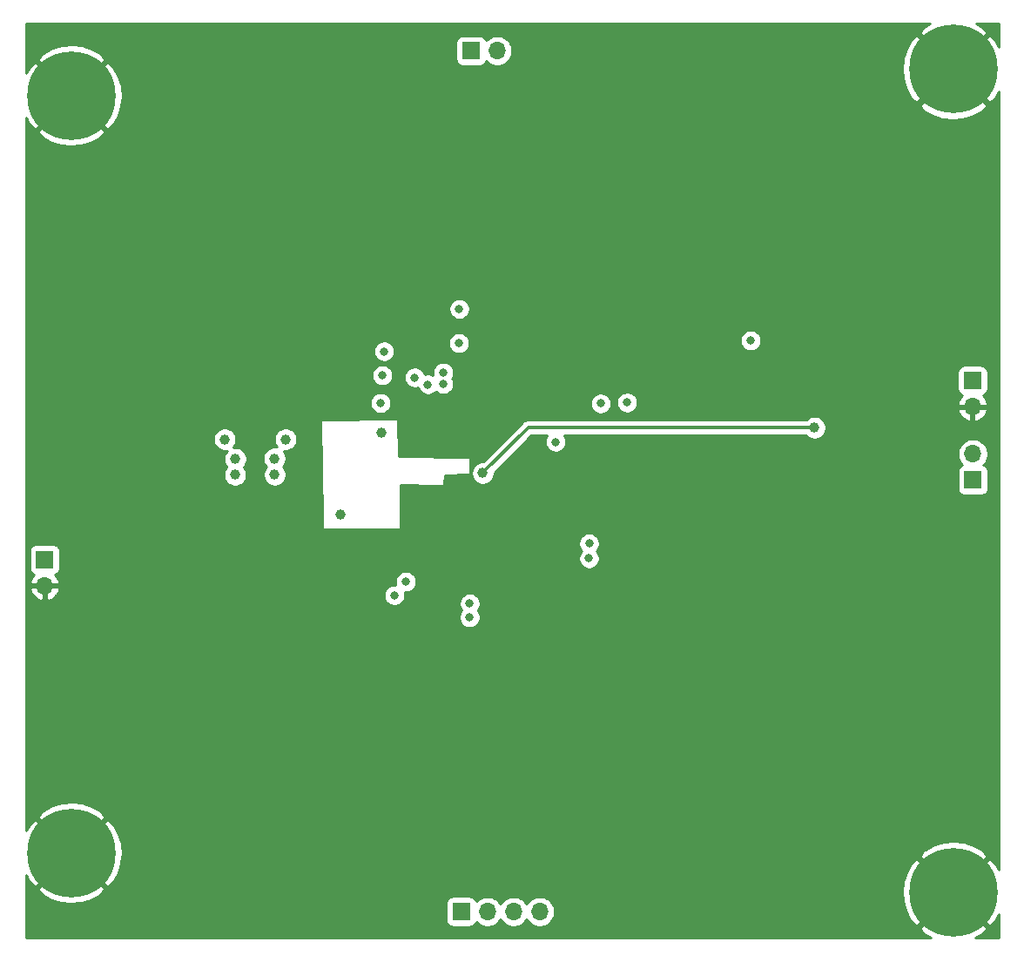
<source format=gbr>
%TF.GenerationSoftware,KiCad,Pcbnew,(5.1.7)-1*%
%TF.CreationDate,2020-10-12T20:46:30-04:00*%
%TF.ProjectId,STM32_Breakout,53544d33-325f-4427-9265-616b6f75742e,rev?*%
%TF.SameCoordinates,Original*%
%TF.FileFunction,Copper,L4,Bot*%
%TF.FilePolarity,Positive*%
%FSLAX46Y46*%
G04 Gerber Fmt 4.6, Leading zero omitted, Abs format (unit mm)*
G04 Created by KiCad (PCBNEW (5.1.7)-1) date 2020-10-12 20:46:30*
%MOMM*%
%LPD*%
G01*
G04 APERTURE LIST*
%TA.AperFunction,ComponentPad*%
%ADD10C,8.600000*%
%TD*%
%TA.AperFunction,ComponentPad*%
%ADD11C,0.900000*%
%TD*%
%TA.AperFunction,ComponentPad*%
%ADD12O,1.700000X1.700000*%
%TD*%
%TA.AperFunction,ComponentPad*%
%ADD13R,1.700000X1.700000*%
%TD*%
%TA.AperFunction,ViaPad*%
%ADD14C,1.000000*%
%TD*%
%TA.AperFunction,ViaPad*%
%ADD15C,0.800000*%
%TD*%
%TA.AperFunction,Conductor*%
%ADD16C,0.300000*%
%TD*%
%TA.AperFunction,Conductor*%
%ADD17C,0.254000*%
%TD*%
%TA.AperFunction,Conductor*%
%ADD18C,0.100000*%
%TD*%
G04 APERTURE END LIST*
D10*
%TO.P,H1,1*%
%TO.N,GND*%
X106110000Y-99790000D03*
D11*
X109335000Y-99790000D03*
X108390419Y-102070419D03*
X106110000Y-103015000D03*
X103829581Y-102070419D03*
X102885000Y-99790000D03*
X103829581Y-97509581D03*
X106110000Y-96565000D03*
X108390419Y-97509581D03*
%TD*%
%TO.P,H2,1*%
%TO.N,GND*%
X108390419Y-17469581D03*
X106110000Y-16525000D03*
X103829581Y-17469581D03*
X102885000Y-19750000D03*
X103829581Y-22030419D03*
X106110000Y-22975000D03*
X108390419Y-22030419D03*
X109335000Y-19750000D03*
D10*
X106110000Y-19750000D03*
%TD*%
%TO.P,H3,1*%
%TO.N,GND*%
X20380000Y-22320000D03*
D11*
X23605000Y-22320000D03*
X22660419Y-24600419D03*
X20380000Y-25545000D03*
X18099581Y-24600419D03*
X17155000Y-22320000D03*
X18099581Y-20039581D03*
X20380000Y-19095000D03*
X22660419Y-20039581D03*
%TD*%
D10*
%TO.P,H4,1*%
%TO.N,GND*%
X20380000Y-95980000D03*
D11*
X23605000Y-95980000D03*
X22660419Y-98260419D03*
X20380000Y-99205000D03*
X18099581Y-98260419D03*
X17155000Y-95980000D03*
X18099581Y-93699581D03*
X20380000Y-92755000D03*
X22660419Y-93699581D03*
%TD*%
D12*
%TO.P,I2C,2*%
%TO.N,I2C1-SDA*%
X61780000Y-17960000D03*
D13*
%TO.P,I2C,1*%
%TO.N,I2C1-SCL*%
X59240000Y-17960000D03*
%TD*%
%TO.P,Power,1*%
%TO.N,VCC*%
X17770000Y-67440000D03*
D12*
%TO.P,Power,2*%
%TO.N,GND*%
X17770000Y-69980000D03*
%TD*%
%TO.P,PowerTest,2*%
%TO.N,GND*%
X108010000Y-52570000D03*
D13*
%TO.P,PowerTest,1*%
%TO.N,+3V3*%
X108010000Y-50030000D03*
%TD*%
%TO.P,SPI,1*%
%TO.N,SPI1_CS*%
X58290000Y-101680000D03*
D12*
%TO.P,SPI,2*%
%TO.N,SPI1_CLK*%
X60830000Y-101680000D03*
%TO.P,SPI,3*%
%TO.N,SPI1_MISO*%
X63370000Y-101680000D03*
%TO.P,SPI,4*%
%TO.N,SPI1_MOSI*%
X65910000Y-101680000D03*
%TD*%
D13*
%TO.P,UART,1*%
%TO.N,USART1_Tx*%
X108040000Y-59710000D03*
D12*
%TO.P,UART,2*%
%TO.N,USART1_Rx*%
X108040000Y-57170000D03*
%TD*%
D14*
%TO.N,GND*%
X46530000Y-63090000D03*
X50510000Y-55140000D03*
%TO.N,+3V3*%
X40140000Y-57610000D03*
%TO.N,NRST*%
X92640000Y-54620000D03*
%TO.N,+3V3*%
X40150000Y-59200000D03*
X36300000Y-59200000D03*
X36320000Y-57660000D03*
X35290000Y-55750000D03*
X41210000Y-55750000D03*
%TO.N,GND*%
X33170000Y-62300000D03*
X33170000Y-64720000D03*
X30820000Y-64720000D03*
X30820000Y-62300000D03*
X30840000Y-60010000D03*
D15*
%TO.N,+3V3*%
X56550000Y-49260000D03*
%TO.N,GND*%
X60240000Y-48810000D03*
X60210000Y-51130000D03*
X56230000Y-53230000D03*
X53460000Y-54340000D03*
X52810000Y-43430000D03*
X70990000Y-50270000D03*
X72200000Y-55960000D03*
X74540000Y-56000000D03*
X64490000Y-70250000D03*
X66360000Y-70720000D03*
X68180000Y-68510000D03*
X76590000Y-67980000D03*
X56900000Y-66970000D03*
X56800000Y-69770000D03*
X68250000Y-69740000D03*
X54950000Y-60750000D03*
X53390000Y-60720000D03*
X34680000Y-51910000D03*
X54040000Y-53400000D03*
X85980000Y-49100000D03*
X86060000Y-50280000D03*
X85980000Y-52980000D03*
X49140000Y-53060000D03*
%TO.N,+3V3*%
X86430000Y-46140000D03*
X67470000Y-56000000D03*
X70720000Y-65870000D03*
X70710000Y-67340000D03*
X52900000Y-69600000D03*
X56540000Y-50360000D03*
X59107510Y-71717510D03*
X59100000Y-73060000D03*
X58080000Y-46400000D03*
X58100000Y-43080000D03*
X71840000Y-52270000D03*
X74420000Y-52170000D03*
X55050000Y-50410000D03*
X53760000Y-49740000D03*
X50620000Y-49540000D03*
X50790000Y-47200000D03*
X50460000Y-52210000D03*
X51790000Y-70920000D03*
D14*
%TO.N,NRST*%
X60380000Y-59040000D03*
%TD*%
D16*
%TO.N,NRST*%
X64800000Y-54620000D02*
X60380000Y-59040000D01*
X92640000Y-54620000D02*
X64800000Y-54620000D01*
%TD*%
D17*
%TO.N,GND*%
X103411560Y-15589606D02*
X103298946Y-15664851D01*
X102806787Y-16267182D01*
X106110000Y-19570395D01*
X109413213Y-16267182D01*
X108921054Y-15664851D01*
X108332768Y-15340000D01*
X110550000Y-15340000D01*
X110550000Y-17592301D01*
X110270394Y-17051560D01*
X110195149Y-16938946D01*
X109592818Y-16446787D01*
X106289605Y-19750000D01*
X109592818Y-23053213D01*
X110195149Y-22561054D01*
X110550000Y-21918439D01*
X110550001Y-97632303D01*
X110270394Y-97091560D01*
X110195149Y-96978946D01*
X109592818Y-96486787D01*
X106289605Y-99790000D01*
X109592818Y-103093213D01*
X110195149Y-102601054D01*
X110550001Y-101958438D01*
X110550001Y-104230000D01*
X108267699Y-104230000D01*
X108808440Y-103950394D01*
X108921054Y-103875149D01*
X109413213Y-103272818D01*
X106110000Y-99969605D01*
X102806787Y-103272818D01*
X103298946Y-103875149D01*
X103941561Y-104230000D01*
X15940000Y-104230000D01*
X15940000Y-99462818D01*
X17076787Y-99462818D01*
X17568946Y-100065149D01*
X18419933Y-100535063D01*
X19346243Y-100829929D01*
X20312281Y-100938414D01*
X21280921Y-100856351D01*
X21372260Y-100830000D01*
X56801928Y-100830000D01*
X56801928Y-102530000D01*
X56814188Y-102654482D01*
X56850498Y-102774180D01*
X56909463Y-102884494D01*
X56988815Y-102981185D01*
X57085506Y-103060537D01*
X57195820Y-103119502D01*
X57315518Y-103155812D01*
X57440000Y-103168072D01*
X59140000Y-103168072D01*
X59264482Y-103155812D01*
X59384180Y-103119502D01*
X59494494Y-103060537D01*
X59591185Y-102981185D01*
X59670537Y-102884494D01*
X59729502Y-102774180D01*
X59751513Y-102701620D01*
X59883368Y-102833475D01*
X60126589Y-102995990D01*
X60396842Y-103107932D01*
X60683740Y-103165000D01*
X60976260Y-103165000D01*
X61263158Y-103107932D01*
X61533411Y-102995990D01*
X61776632Y-102833475D01*
X61983475Y-102626632D01*
X62100000Y-102452240D01*
X62216525Y-102626632D01*
X62423368Y-102833475D01*
X62666589Y-102995990D01*
X62936842Y-103107932D01*
X63223740Y-103165000D01*
X63516260Y-103165000D01*
X63803158Y-103107932D01*
X64073411Y-102995990D01*
X64316632Y-102833475D01*
X64523475Y-102626632D01*
X64640000Y-102452240D01*
X64756525Y-102626632D01*
X64963368Y-102833475D01*
X65206589Y-102995990D01*
X65476842Y-103107932D01*
X65763740Y-103165000D01*
X66056260Y-103165000D01*
X66343158Y-103107932D01*
X66613411Y-102995990D01*
X66856632Y-102833475D01*
X67063475Y-102626632D01*
X67225990Y-102383411D01*
X67337932Y-102113158D01*
X67395000Y-101826260D01*
X67395000Y-101533740D01*
X67337932Y-101246842D01*
X67225990Y-100976589D01*
X67063475Y-100733368D01*
X66856632Y-100526525D01*
X66613411Y-100364010D01*
X66343158Y-100252068D01*
X66056260Y-100195000D01*
X65763740Y-100195000D01*
X65476842Y-100252068D01*
X65206589Y-100364010D01*
X64963368Y-100526525D01*
X64756525Y-100733368D01*
X64640000Y-100907760D01*
X64523475Y-100733368D01*
X64316632Y-100526525D01*
X64073411Y-100364010D01*
X63803158Y-100252068D01*
X63516260Y-100195000D01*
X63223740Y-100195000D01*
X62936842Y-100252068D01*
X62666589Y-100364010D01*
X62423368Y-100526525D01*
X62216525Y-100733368D01*
X62100000Y-100907760D01*
X61983475Y-100733368D01*
X61776632Y-100526525D01*
X61533411Y-100364010D01*
X61263158Y-100252068D01*
X60976260Y-100195000D01*
X60683740Y-100195000D01*
X60396842Y-100252068D01*
X60126589Y-100364010D01*
X59883368Y-100526525D01*
X59751513Y-100658380D01*
X59729502Y-100585820D01*
X59670537Y-100475506D01*
X59591185Y-100378815D01*
X59494494Y-100299463D01*
X59384180Y-100240498D01*
X59264482Y-100204188D01*
X59140000Y-100191928D01*
X57440000Y-100191928D01*
X57315518Y-100204188D01*
X57195820Y-100240498D01*
X57085506Y-100299463D01*
X56988815Y-100378815D01*
X56909463Y-100475506D01*
X56850498Y-100585820D01*
X56814188Y-100705518D01*
X56801928Y-100830000D01*
X21372260Y-100830000D01*
X22214938Y-100586893D01*
X23078440Y-100140394D01*
X23191054Y-100065149D01*
X23471208Y-99722281D01*
X101151586Y-99722281D01*
X101233649Y-100690921D01*
X101503107Y-101624938D01*
X101949606Y-102488440D01*
X102024851Y-102601054D01*
X102627182Y-103093213D01*
X105930395Y-99790000D01*
X102627182Y-96486787D01*
X102024851Y-96978946D01*
X101554937Y-97829933D01*
X101260071Y-98756243D01*
X101151586Y-99722281D01*
X23471208Y-99722281D01*
X23683213Y-99462818D01*
X20380000Y-96159605D01*
X17076787Y-99462818D01*
X15940000Y-99462818D01*
X15940000Y-98137699D01*
X16219606Y-98678440D01*
X16294851Y-98791054D01*
X16897182Y-99283213D01*
X20200395Y-95980000D01*
X20559605Y-95980000D01*
X23862818Y-99283213D01*
X24465149Y-98791054D01*
X24935063Y-97940067D01*
X25229929Y-97013757D01*
X25309276Y-96307182D01*
X102806787Y-96307182D01*
X106110000Y-99610395D01*
X109413213Y-96307182D01*
X108921054Y-95704851D01*
X108070067Y-95234937D01*
X107143757Y-94940071D01*
X106177719Y-94831586D01*
X105209079Y-94913649D01*
X104275062Y-95183107D01*
X103411560Y-95629606D01*
X103298946Y-95704851D01*
X102806787Y-96307182D01*
X25309276Y-96307182D01*
X25338414Y-96047719D01*
X25256351Y-95079079D01*
X24986893Y-94145062D01*
X24540394Y-93281560D01*
X24465149Y-93168946D01*
X23862818Y-92676787D01*
X20559605Y-95980000D01*
X20200395Y-95980000D01*
X16897182Y-92676787D01*
X16294851Y-93168946D01*
X15940000Y-93811561D01*
X15940000Y-92497182D01*
X17076787Y-92497182D01*
X20380000Y-95800395D01*
X23683213Y-92497182D01*
X23191054Y-91894851D01*
X22340067Y-91424937D01*
X21413757Y-91130071D01*
X20447719Y-91021586D01*
X19479079Y-91103649D01*
X18545062Y-91373107D01*
X17681560Y-91819606D01*
X17568946Y-91894851D01*
X17076787Y-92497182D01*
X15940000Y-92497182D01*
X15940000Y-72958061D01*
X58065000Y-72958061D01*
X58065000Y-73161939D01*
X58104774Y-73361898D01*
X58182795Y-73550256D01*
X58296063Y-73719774D01*
X58440226Y-73863937D01*
X58609744Y-73977205D01*
X58798102Y-74055226D01*
X58998061Y-74095000D01*
X59201939Y-74095000D01*
X59401898Y-74055226D01*
X59590256Y-73977205D01*
X59759774Y-73863937D01*
X59903937Y-73719774D01*
X60017205Y-73550256D01*
X60095226Y-73361898D01*
X60135000Y-73161939D01*
X60135000Y-72958061D01*
X60095226Y-72758102D01*
X60017205Y-72569744D01*
X59903937Y-72400226D01*
X59896221Y-72392510D01*
X59911447Y-72377284D01*
X60024715Y-72207766D01*
X60102736Y-72019408D01*
X60142510Y-71819449D01*
X60142510Y-71615571D01*
X60102736Y-71415612D01*
X60024715Y-71227254D01*
X59911447Y-71057736D01*
X59767284Y-70913573D01*
X59597766Y-70800305D01*
X59409408Y-70722284D01*
X59209449Y-70682510D01*
X59005571Y-70682510D01*
X58805612Y-70722284D01*
X58617254Y-70800305D01*
X58447736Y-70913573D01*
X58303573Y-71057736D01*
X58190305Y-71227254D01*
X58112284Y-71415612D01*
X58072510Y-71615571D01*
X58072510Y-71819449D01*
X58112284Y-72019408D01*
X58190305Y-72207766D01*
X58303573Y-72377284D01*
X58311289Y-72385000D01*
X58296063Y-72400226D01*
X58182795Y-72569744D01*
X58104774Y-72758102D01*
X58065000Y-72958061D01*
X15940000Y-72958061D01*
X15940000Y-70336890D01*
X16328524Y-70336890D01*
X16373175Y-70484099D01*
X16498359Y-70746920D01*
X16672412Y-70980269D01*
X16888645Y-71175178D01*
X17138748Y-71324157D01*
X17413109Y-71421481D01*
X17643000Y-71300814D01*
X17643000Y-70107000D01*
X17897000Y-70107000D01*
X17897000Y-71300814D01*
X18126891Y-71421481D01*
X18401252Y-71324157D01*
X18651355Y-71175178D01*
X18867588Y-70980269D01*
X18988577Y-70818061D01*
X50755000Y-70818061D01*
X50755000Y-71021939D01*
X50794774Y-71221898D01*
X50872795Y-71410256D01*
X50986063Y-71579774D01*
X51130226Y-71723937D01*
X51299744Y-71837205D01*
X51488102Y-71915226D01*
X51688061Y-71955000D01*
X51891939Y-71955000D01*
X52091898Y-71915226D01*
X52280256Y-71837205D01*
X52449774Y-71723937D01*
X52593937Y-71579774D01*
X52707205Y-71410256D01*
X52785226Y-71221898D01*
X52825000Y-71021939D01*
X52825000Y-70818061D01*
X52788197Y-70633038D01*
X52798061Y-70635000D01*
X53001939Y-70635000D01*
X53201898Y-70595226D01*
X53390256Y-70517205D01*
X53559774Y-70403937D01*
X53703937Y-70259774D01*
X53817205Y-70090256D01*
X53895226Y-69901898D01*
X53935000Y-69701939D01*
X53935000Y-69498061D01*
X53895226Y-69298102D01*
X53817205Y-69109744D01*
X53703937Y-68940226D01*
X53559774Y-68796063D01*
X53390256Y-68682795D01*
X53201898Y-68604774D01*
X53001939Y-68565000D01*
X52798061Y-68565000D01*
X52598102Y-68604774D01*
X52409744Y-68682795D01*
X52240226Y-68796063D01*
X52096063Y-68940226D01*
X51982795Y-69109744D01*
X51904774Y-69298102D01*
X51865000Y-69498061D01*
X51865000Y-69701939D01*
X51901803Y-69886962D01*
X51891939Y-69885000D01*
X51688061Y-69885000D01*
X51488102Y-69924774D01*
X51299744Y-70002795D01*
X51130226Y-70116063D01*
X50986063Y-70260226D01*
X50872795Y-70429744D01*
X50794774Y-70618102D01*
X50755000Y-70818061D01*
X18988577Y-70818061D01*
X19041641Y-70746920D01*
X19166825Y-70484099D01*
X19211476Y-70336890D01*
X19090155Y-70107000D01*
X17897000Y-70107000D01*
X17643000Y-70107000D01*
X16449845Y-70107000D01*
X16328524Y-70336890D01*
X15940000Y-70336890D01*
X15940000Y-66590000D01*
X16281928Y-66590000D01*
X16281928Y-68290000D01*
X16294188Y-68414482D01*
X16330498Y-68534180D01*
X16389463Y-68644494D01*
X16468815Y-68741185D01*
X16565506Y-68820537D01*
X16675820Y-68879502D01*
X16756466Y-68903966D01*
X16672412Y-68979731D01*
X16498359Y-69213080D01*
X16373175Y-69475901D01*
X16328524Y-69623110D01*
X16449845Y-69853000D01*
X17643000Y-69853000D01*
X17643000Y-69833000D01*
X17897000Y-69833000D01*
X17897000Y-69853000D01*
X19090155Y-69853000D01*
X19211476Y-69623110D01*
X19166825Y-69475901D01*
X19041641Y-69213080D01*
X18867588Y-68979731D01*
X18783534Y-68903966D01*
X18864180Y-68879502D01*
X18974494Y-68820537D01*
X19071185Y-68741185D01*
X19150537Y-68644494D01*
X19209502Y-68534180D01*
X19245812Y-68414482D01*
X19258072Y-68290000D01*
X19258072Y-67238061D01*
X69675000Y-67238061D01*
X69675000Y-67441939D01*
X69714774Y-67641898D01*
X69792795Y-67830256D01*
X69906063Y-67999774D01*
X70050226Y-68143937D01*
X70219744Y-68257205D01*
X70408102Y-68335226D01*
X70608061Y-68375000D01*
X70811939Y-68375000D01*
X71011898Y-68335226D01*
X71200256Y-68257205D01*
X71369774Y-68143937D01*
X71513937Y-67999774D01*
X71627205Y-67830256D01*
X71705226Y-67641898D01*
X71745000Y-67441939D01*
X71745000Y-67238061D01*
X71705226Y-67038102D01*
X71627205Y-66849744D01*
X71513937Y-66680226D01*
X71443711Y-66610000D01*
X71523937Y-66529774D01*
X71637205Y-66360256D01*
X71715226Y-66171898D01*
X71755000Y-65971939D01*
X71755000Y-65768061D01*
X71715226Y-65568102D01*
X71637205Y-65379744D01*
X71523937Y-65210226D01*
X71379774Y-65066063D01*
X71210256Y-64952795D01*
X71021898Y-64874774D01*
X70821939Y-64835000D01*
X70618061Y-64835000D01*
X70418102Y-64874774D01*
X70229744Y-64952795D01*
X70060226Y-65066063D01*
X69916063Y-65210226D01*
X69802795Y-65379744D01*
X69724774Y-65568102D01*
X69685000Y-65768061D01*
X69685000Y-65971939D01*
X69724774Y-66171898D01*
X69802795Y-66360256D01*
X69916063Y-66529774D01*
X69986289Y-66600000D01*
X69906063Y-66680226D01*
X69792795Y-66849744D01*
X69714774Y-67038102D01*
X69675000Y-67238061D01*
X19258072Y-67238061D01*
X19258072Y-66590000D01*
X19245812Y-66465518D01*
X19209502Y-66345820D01*
X19150537Y-66235506D01*
X19071185Y-66138815D01*
X18974494Y-66059463D01*
X18864180Y-66000498D01*
X18744482Y-65964188D01*
X18620000Y-65951928D01*
X16920000Y-65951928D01*
X16795518Y-65964188D01*
X16675820Y-66000498D01*
X16565506Y-66059463D01*
X16468815Y-66138815D01*
X16389463Y-66235506D01*
X16330498Y-66345820D01*
X16294188Y-66465518D01*
X16281928Y-66590000D01*
X15940000Y-66590000D01*
X15940000Y-55638212D01*
X34155000Y-55638212D01*
X34155000Y-55861788D01*
X34198617Y-56081067D01*
X34284176Y-56287624D01*
X34408388Y-56473520D01*
X34566480Y-56631612D01*
X34752376Y-56755824D01*
X34958933Y-56841383D01*
X35178212Y-56885000D01*
X35401788Y-56885000D01*
X35511738Y-56863130D01*
X35438388Y-56936480D01*
X35314176Y-57122376D01*
X35228617Y-57328933D01*
X35185000Y-57548212D01*
X35185000Y-57771788D01*
X35228617Y-57991067D01*
X35314176Y-58197624D01*
X35438388Y-58383520D01*
X35474868Y-58420000D01*
X35418388Y-58476480D01*
X35294176Y-58662376D01*
X35208617Y-58868933D01*
X35165000Y-59088212D01*
X35165000Y-59311788D01*
X35208617Y-59531067D01*
X35294176Y-59737624D01*
X35418388Y-59923520D01*
X35576480Y-60081612D01*
X35762376Y-60205824D01*
X35968933Y-60291383D01*
X36188212Y-60335000D01*
X36411788Y-60335000D01*
X36631067Y-60291383D01*
X36837624Y-60205824D01*
X37023520Y-60081612D01*
X37181612Y-59923520D01*
X37305824Y-59737624D01*
X37391383Y-59531067D01*
X37435000Y-59311788D01*
X37435000Y-59088212D01*
X37391383Y-58868933D01*
X37305824Y-58662376D01*
X37181612Y-58476480D01*
X37145132Y-58440000D01*
X37201612Y-58383520D01*
X37325824Y-58197624D01*
X37411383Y-57991067D01*
X37455000Y-57771788D01*
X37455000Y-57548212D01*
X37445055Y-57498212D01*
X39005000Y-57498212D01*
X39005000Y-57721788D01*
X39048617Y-57941067D01*
X39134176Y-58147624D01*
X39258388Y-58333520D01*
X39334868Y-58410000D01*
X39268388Y-58476480D01*
X39144176Y-58662376D01*
X39058617Y-58868933D01*
X39015000Y-59088212D01*
X39015000Y-59311788D01*
X39058617Y-59531067D01*
X39144176Y-59737624D01*
X39268388Y-59923520D01*
X39426480Y-60081612D01*
X39612376Y-60205824D01*
X39818933Y-60291383D01*
X40038212Y-60335000D01*
X40261788Y-60335000D01*
X40481067Y-60291383D01*
X40687624Y-60205824D01*
X40873520Y-60081612D01*
X41031612Y-59923520D01*
X41155824Y-59737624D01*
X41241383Y-59531067D01*
X41285000Y-59311788D01*
X41285000Y-59088212D01*
X41241383Y-58868933D01*
X41155824Y-58662376D01*
X41031612Y-58476480D01*
X40955132Y-58400000D01*
X41021612Y-58333520D01*
X41145824Y-58147624D01*
X41231383Y-57941067D01*
X41275000Y-57721788D01*
X41275000Y-57498212D01*
X41231383Y-57278933D01*
X41145824Y-57072376D01*
X41021612Y-56886480D01*
X41000745Y-56865613D01*
X41098212Y-56885000D01*
X41321788Y-56885000D01*
X41541067Y-56841383D01*
X41747624Y-56755824D01*
X41933520Y-56631612D01*
X42091612Y-56473520D01*
X42215824Y-56287624D01*
X42301383Y-56081067D01*
X42345000Y-55861788D01*
X42345000Y-55638212D01*
X42301383Y-55418933D01*
X42215824Y-55212376D01*
X42091612Y-55026480D01*
X41933520Y-54868388D01*
X41747624Y-54744176D01*
X41541067Y-54658617D01*
X41321788Y-54615000D01*
X41098212Y-54615000D01*
X40878933Y-54658617D01*
X40672376Y-54744176D01*
X40486480Y-54868388D01*
X40328388Y-55026480D01*
X40204176Y-55212376D01*
X40118617Y-55418933D01*
X40075000Y-55638212D01*
X40075000Y-55861788D01*
X40118617Y-56081067D01*
X40204176Y-56287624D01*
X40328388Y-56473520D01*
X40349255Y-56494387D01*
X40251788Y-56475000D01*
X40028212Y-56475000D01*
X39808933Y-56518617D01*
X39602376Y-56604176D01*
X39416480Y-56728388D01*
X39258388Y-56886480D01*
X39134176Y-57072376D01*
X39048617Y-57278933D01*
X39005000Y-57498212D01*
X37445055Y-57498212D01*
X37411383Y-57328933D01*
X37325824Y-57122376D01*
X37201612Y-56936480D01*
X37043520Y-56778388D01*
X36857624Y-56654176D01*
X36651067Y-56568617D01*
X36431788Y-56525000D01*
X36208212Y-56525000D01*
X36098262Y-56546870D01*
X36171612Y-56473520D01*
X36295824Y-56287624D01*
X36381383Y-56081067D01*
X36425000Y-55861788D01*
X36425000Y-55638212D01*
X36381383Y-55418933D01*
X36295824Y-55212376D01*
X36171612Y-55026480D01*
X36013520Y-54868388D01*
X35827624Y-54744176D01*
X35621067Y-54658617D01*
X35401788Y-54615000D01*
X35178212Y-54615000D01*
X34958933Y-54658617D01*
X34752376Y-54744176D01*
X34566480Y-54868388D01*
X34408388Y-55026480D01*
X34284176Y-55212376D01*
X34198617Y-55418933D01*
X34155000Y-55638212D01*
X15940000Y-55638212D01*
X15940000Y-53961751D01*
X44633012Y-53961751D01*
X44762981Y-63389537D01*
X44743028Y-64337327D01*
X44744946Y-64362149D01*
X44751670Y-64386120D01*
X44762942Y-64408319D01*
X44778327Y-64427893D01*
X44797236Y-64444088D01*
X44818940Y-64456284D01*
X44842607Y-64464011D01*
X44869486Y-64466999D01*
X52279486Y-64496999D01*
X52304272Y-64494659D01*
X52328125Y-64487529D01*
X52350129Y-64475881D01*
X52369438Y-64460165D01*
X52385310Y-64440984D01*
X52397135Y-64419075D01*
X52404458Y-64395281D01*
X52406999Y-64369407D01*
X52387600Y-60218042D01*
X55948968Y-60246996D01*
X55950000Y-60247000D01*
X56530000Y-60247000D01*
X56554776Y-60244560D01*
X56578601Y-60237333D01*
X56600557Y-60225597D01*
X56619803Y-60209803D01*
X56635597Y-60190557D01*
X56647333Y-60168601D01*
X56654560Y-60144776D01*
X56656970Y-60122780D01*
X56676777Y-59218241D01*
X59008793Y-59194493D01*
X59033544Y-59191801D01*
X59057293Y-59184332D01*
X59079129Y-59172373D01*
X59098212Y-59156383D01*
X59113810Y-59136978D01*
X59125322Y-59114904D01*
X59132306Y-59091007D01*
X59134500Y-59067289D01*
X59134269Y-58928212D01*
X59245000Y-58928212D01*
X59245000Y-59151788D01*
X59288617Y-59371067D01*
X59374176Y-59577624D01*
X59498388Y-59763520D01*
X59656480Y-59921612D01*
X59842376Y-60045824D01*
X60048933Y-60131383D01*
X60268212Y-60175000D01*
X60491788Y-60175000D01*
X60711067Y-60131383D01*
X60917624Y-60045824D01*
X61103520Y-59921612D01*
X61261612Y-59763520D01*
X61385824Y-59577624D01*
X61471383Y-59371067D01*
X61515000Y-59151788D01*
X61515000Y-59015157D01*
X61670157Y-58860000D01*
X106551928Y-58860000D01*
X106551928Y-60560000D01*
X106564188Y-60684482D01*
X106600498Y-60804180D01*
X106659463Y-60914494D01*
X106738815Y-61011185D01*
X106835506Y-61090537D01*
X106945820Y-61149502D01*
X107065518Y-61185812D01*
X107190000Y-61198072D01*
X108890000Y-61198072D01*
X109014482Y-61185812D01*
X109134180Y-61149502D01*
X109244494Y-61090537D01*
X109341185Y-61011185D01*
X109420537Y-60914494D01*
X109479502Y-60804180D01*
X109515812Y-60684482D01*
X109528072Y-60560000D01*
X109528072Y-58860000D01*
X109515812Y-58735518D01*
X109479502Y-58615820D01*
X109420537Y-58505506D01*
X109341185Y-58408815D01*
X109244494Y-58329463D01*
X109134180Y-58270498D01*
X109061620Y-58248487D01*
X109193475Y-58116632D01*
X109355990Y-57873411D01*
X109467932Y-57603158D01*
X109525000Y-57316260D01*
X109525000Y-57023740D01*
X109467932Y-56736842D01*
X109355990Y-56466589D01*
X109193475Y-56223368D01*
X108986632Y-56016525D01*
X108743411Y-55854010D01*
X108473158Y-55742068D01*
X108186260Y-55685000D01*
X107893740Y-55685000D01*
X107606842Y-55742068D01*
X107336589Y-55854010D01*
X107093368Y-56016525D01*
X106886525Y-56223368D01*
X106724010Y-56466589D01*
X106612068Y-56736842D01*
X106555000Y-57023740D01*
X106555000Y-57316260D01*
X106612068Y-57603158D01*
X106724010Y-57873411D01*
X106886525Y-58116632D01*
X107018380Y-58248487D01*
X106945820Y-58270498D01*
X106835506Y-58329463D01*
X106738815Y-58408815D01*
X106659463Y-58505506D01*
X106600498Y-58615820D01*
X106564188Y-58735518D01*
X106551928Y-58860000D01*
X61670157Y-58860000D01*
X65125158Y-55405000D01*
X66622783Y-55405000D01*
X66552795Y-55509744D01*
X66474774Y-55698102D01*
X66435000Y-55898061D01*
X66435000Y-56101939D01*
X66474774Y-56301898D01*
X66552795Y-56490256D01*
X66666063Y-56659774D01*
X66810226Y-56803937D01*
X66979744Y-56917205D01*
X67168102Y-56995226D01*
X67368061Y-57035000D01*
X67571939Y-57035000D01*
X67771898Y-56995226D01*
X67960256Y-56917205D01*
X68129774Y-56803937D01*
X68273937Y-56659774D01*
X68387205Y-56490256D01*
X68465226Y-56301898D01*
X68505000Y-56101939D01*
X68505000Y-55898061D01*
X68465226Y-55698102D01*
X68387205Y-55509744D01*
X68317217Y-55405000D01*
X91819868Y-55405000D01*
X91916480Y-55501612D01*
X92102376Y-55625824D01*
X92308933Y-55711383D01*
X92528212Y-55755000D01*
X92751788Y-55755000D01*
X92971067Y-55711383D01*
X93177624Y-55625824D01*
X93363520Y-55501612D01*
X93521612Y-55343520D01*
X93645824Y-55157624D01*
X93731383Y-54951067D01*
X93775000Y-54731788D01*
X93775000Y-54508212D01*
X93731383Y-54288933D01*
X93645824Y-54082376D01*
X93521612Y-53896480D01*
X93363520Y-53738388D01*
X93177624Y-53614176D01*
X92971067Y-53528617D01*
X92751788Y-53485000D01*
X92528212Y-53485000D01*
X92308933Y-53528617D01*
X92102376Y-53614176D01*
X91916480Y-53738388D01*
X91819868Y-53835000D01*
X64838555Y-53835000D01*
X64800000Y-53831203D01*
X64761444Y-53835000D01*
X64761439Y-53835000D01*
X64721026Y-53838980D01*
X64646113Y-53846358D01*
X64499564Y-53890814D01*
X64498140Y-53891246D01*
X64361767Y-53964138D01*
X64304080Y-54011481D01*
X64272187Y-54037655D01*
X64272184Y-54037658D01*
X64242236Y-54062236D01*
X64217658Y-54092184D01*
X60404843Y-57905000D01*
X60268212Y-57905000D01*
X60048933Y-57948617D01*
X59842376Y-58034176D01*
X59656480Y-58158388D01*
X59498388Y-58316480D01*
X59374176Y-58502376D01*
X59288617Y-58708933D01*
X59245000Y-58928212D01*
X59134269Y-58928212D01*
X59132000Y-57564789D01*
X59129518Y-57540016D01*
X59122252Y-57516204D01*
X59110479Y-57494267D01*
X59094653Y-57475048D01*
X59075382Y-57459286D01*
X59053405Y-57447587D01*
X59029569Y-57440399D01*
X59005829Y-57438003D01*
X52233213Y-57393802D01*
X52126941Y-53906132D01*
X52123747Y-53881441D01*
X52115798Y-53857848D01*
X52103399Y-53836259D01*
X52087026Y-53817504D01*
X52067309Y-53802303D01*
X52045005Y-53791242D01*
X52020971Y-53784743D01*
X51999123Y-53783003D01*
X44759123Y-53833003D01*
X44734364Y-53835614D01*
X44710590Y-53843006D01*
X44688715Y-53854893D01*
X44669579Y-53870820D01*
X44653919Y-53890174D01*
X44642334Y-53912211D01*
X44635272Y-53936084D01*
X44633012Y-53961751D01*
X15940000Y-53961751D01*
X15940000Y-52108061D01*
X49425000Y-52108061D01*
X49425000Y-52311939D01*
X49464774Y-52511898D01*
X49542795Y-52700256D01*
X49656063Y-52869774D01*
X49800226Y-53013937D01*
X49969744Y-53127205D01*
X50158102Y-53205226D01*
X50358061Y-53245000D01*
X50561939Y-53245000D01*
X50761898Y-53205226D01*
X50950256Y-53127205D01*
X51119774Y-53013937D01*
X51263937Y-52869774D01*
X51377205Y-52700256D01*
X51455226Y-52511898D01*
X51495000Y-52311939D01*
X51495000Y-52168061D01*
X70805000Y-52168061D01*
X70805000Y-52371939D01*
X70844774Y-52571898D01*
X70922795Y-52760256D01*
X71036063Y-52929774D01*
X71180226Y-53073937D01*
X71349744Y-53187205D01*
X71538102Y-53265226D01*
X71738061Y-53305000D01*
X71941939Y-53305000D01*
X72141898Y-53265226D01*
X72330256Y-53187205D01*
X72499774Y-53073937D01*
X72643937Y-52929774D01*
X72757205Y-52760256D01*
X72835226Y-52571898D01*
X72875000Y-52371939D01*
X72875000Y-52168061D01*
X72855109Y-52068061D01*
X73385000Y-52068061D01*
X73385000Y-52271939D01*
X73424774Y-52471898D01*
X73502795Y-52660256D01*
X73616063Y-52829774D01*
X73760226Y-52973937D01*
X73929744Y-53087205D01*
X74118102Y-53165226D01*
X74318061Y-53205000D01*
X74521939Y-53205000D01*
X74721898Y-53165226D01*
X74910256Y-53087205D01*
X75079774Y-52973937D01*
X75126821Y-52926890D01*
X106568524Y-52926890D01*
X106613175Y-53074099D01*
X106738359Y-53336920D01*
X106912412Y-53570269D01*
X107128645Y-53765178D01*
X107378748Y-53914157D01*
X107653109Y-54011481D01*
X107883000Y-53890814D01*
X107883000Y-52697000D01*
X108137000Y-52697000D01*
X108137000Y-53890814D01*
X108366891Y-54011481D01*
X108641252Y-53914157D01*
X108891355Y-53765178D01*
X109107588Y-53570269D01*
X109281641Y-53336920D01*
X109406825Y-53074099D01*
X109451476Y-52926890D01*
X109330155Y-52697000D01*
X108137000Y-52697000D01*
X107883000Y-52697000D01*
X106689845Y-52697000D01*
X106568524Y-52926890D01*
X75126821Y-52926890D01*
X75223937Y-52829774D01*
X75337205Y-52660256D01*
X75415226Y-52471898D01*
X75455000Y-52271939D01*
X75455000Y-52068061D01*
X75415226Y-51868102D01*
X75337205Y-51679744D01*
X75223937Y-51510226D01*
X75079774Y-51366063D01*
X74910256Y-51252795D01*
X74721898Y-51174774D01*
X74521939Y-51135000D01*
X74318061Y-51135000D01*
X74118102Y-51174774D01*
X73929744Y-51252795D01*
X73760226Y-51366063D01*
X73616063Y-51510226D01*
X73502795Y-51679744D01*
X73424774Y-51868102D01*
X73385000Y-52068061D01*
X72855109Y-52068061D01*
X72835226Y-51968102D01*
X72757205Y-51779744D01*
X72643937Y-51610226D01*
X72499774Y-51466063D01*
X72330256Y-51352795D01*
X72141898Y-51274774D01*
X71941939Y-51235000D01*
X71738061Y-51235000D01*
X71538102Y-51274774D01*
X71349744Y-51352795D01*
X71180226Y-51466063D01*
X71036063Y-51610226D01*
X70922795Y-51779744D01*
X70844774Y-51968102D01*
X70805000Y-52168061D01*
X51495000Y-52168061D01*
X51495000Y-52108061D01*
X51455226Y-51908102D01*
X51377205Y-51719744D01*
X51263937Y-51550226D01*
X51119774Y-51406063D01*
X50950256Y-51292795D01*
X50761898Y-51214774D01*
X50561939Y-51175000D01*
X50358061Y-51175000D01*
X50158102Y-51214774D01*
X49969744Y-51292795D01*
X49800226Y-51406063D01*
X49656063Y-51550226D01*
X49542795Y-51719744D01*
X49464774Y-51908102D01*
X49425000Y-52108061D01*
X15940000Y-52108061D01*
X15940000Y-49438061D01*
X49585000Y-49438061D01*
X49585000Y-49641939D01*
X49624774Y-49841898D01*
X49702795Y-50030256D01*
X49816063Y-50199774D01*
X49960226Y-50343937D01*
X50129744Y-50457205D01*
X50318102Y-50535226D01*
X50518061Y-50575000D01*
X50721939Y-50575000D01*
X50921898Y-50535226D01*
X51110256Y-50457205D01*
X51279774Y-50343937D01*
X51423937Y-50199774D01*
X51537205Y-50030256D01*
X51615226Y-49841898D01*
X51655000Y-49641939D01*
X51655000Y-49638061D01*
X52725000Y-49638061D01*
X52725000Y-49841939D01*
X52764774Y-50041898D01*
X52842795Y-50230256D01*
X52956063Y-50399774D01*
X53100226Y-50543937D01*
X53269744Y-50657205D01*
X53458102Y-50735226D01*
X53658061Y-50775000D01*
X53861939Y-50775000D01*
X54061898Y-50735226D01*
X54064065Y-50734328D01*
X54132795Y-50900256D01*
X54246063Y-51069774D01*
X54390226Y-51213937D01*
X54559744Y-51327205D01*
X54748102Y-51405226D01*
X54948061Y-51445000D01*
X55151939Y-51445000D01*
X55351898Y-51405226D01*
X55540256Y-51327205D01*
X55709774Y-51213937D01*
X55820000Y-51103711D01*
X55880226Y-51163937D01*
X56049744Y-51277205D01*
X56238102Y-51355226D01*
X56438061Y-51395000D01*
X56641939Y-51395000D01*
X56841898Y-51355226D01*
X57030256Y-51277205D01*
X57199774Y-51163937D01*
X57343937Y-51019774D01*
X57457205Y-50850256D01*
X57535226Y-50661898D01*
X57575000Y-50461939D01*
X57575000Y-50258061D01*
X57535226Y-50058102D01*
X57457205Y-49869744D01*
X57422285Y-49817483D01*
X57467205Y-49750256D01*
X57545226Y-49561898D01*
X57585000Y-49361939D01*
X57585000Y-49180000D01*
X106521928Y-49180000D01*
X106521928Y-50880000D01*
X106534188Y-51004482D01*
X106570498Y-51124180D01*
X106629463Y-51234494D01*
X106708815Y-51331185D01*
X106805506Y-51410537D01*
X106915820Y-51469502D01*
X106996466Y-51493966D01*
X106912412Y-51569731D01*
X106738359Y-51803080D01*
X106613175Y-52065901D01*
X106568524Y-52213110D01*
X106689845Y-52443000D01*
X107883000Y-52443000D01*
X107883000Y-52423000D01*
X108137000Y-52423000D01*
X108137000Y-52443000D01*
X109330155Y-52443000D01*
X109451476Y-52213110D01*
X109406825Y-52065901D01*
X109281641Y-51803080D01*
X109107588Y-51569731D01*
X109023534Y-51493966D01*
X109104180Y-51469502D01*
X109214494Y-51410537D01*
X109311185Y-51331185D01*
X109390537Y-51234494D01*
X109449502Y-51124180D01*
X109485812Y-51004482D01*
X109498072Y-50880000D01*
X109498072Y-49180000D01*
X109485812Y-49055518D01*
X109449502Y-48935820D01*
X109390537Y-48825506D01*
X109311185Y-48728815D01*
X109214494Y-48649463D01*
X109104180Y-48590498D01*
X108984482Y-48554188D01*
X108860000Y-48541928D01*
X107160000Y-48541928D01*
X107035518Y-48554188D01*
X106915820Y-48590498D01*
X106805506Y-48649463D01*
X106708815Y-48728815D01*
X106629463Y-48825506D01*
X106570498Y-48935820D01*
X106534188Y-49055518D01*
X106521928Y-49180000D01*
X57585000Y-49180000D01*
X57585000Y-49158061D01*
X57545226Y-48958102D01*
X57467205Y-48769744D01*
X57353937Y-48600226D01*
X57209774Y-48456063D01*
X57040256Y-48342795D01*
X56851898Y-48264774D01*
X56651939Y-48225000D01*
X56448061Y-48225000D01*
X56248102Y-48264774D01*
X56059744Y-48342795D01*
X55890226Y-48456063D01*
X55746063Y-48600226D01*
X55632795Y-48769744D01*
X55554774Y-48958102D01*
X55515000Y-49158061D01*
X55515000Y-49361939D01*
X55541147Y-49493390D01*
X55540256Y-49492795D01*
X55351898Y-49414774D01*
X55151939Y-49375000D01*
X54948061Y-49375000D01*
X54748102Y-49414774D01*
X54745935Y-49415672D01*
X54677205Y-49249744D01*
X54563937Y-49080226D01*
X54419774Y-48936063D01*
X54250256Y-48822795D01*
X54061898Y-48744774D01*
X53861939Y-48705000D01*
X53658061Y-48705000D01*
X53458102Y-48744774D01*
X53269744Y-48822795D01*
X53100226Y-48936063D01*
X52956063Y-49080226D01*
X52842795Y-49249744D01*
X52764774Y-49438102D01*
X52725000Y-49638061D01*
X51655000Y-49638061D01*
X51655000Y-49438061D01*
X51615226Y-49238102D01*
X51537205Y-49049744D01*
X51423937Y-48880226D01*
X51279774Y-48736063D01*
X51110256Y-48622795D01*
X50921898Y-48544774D01*
X50721939Y-48505000D01*
X50518061Y-48505000D01*
X50318102Y-48544774D01*
X50129744Y-48622795D01*
X49960226Y-48736063D01*
X49816063Y-48880226D01*
X49702795Y-49049744D01*
X49624774Y-49238102D01*
X49585000Y-49438061D01*
X15940000Y-49438061D01*
X15940000Y-47098061D01*
X49755000Y-47098061D01*
X49755000Y-47301939D01*
X49794774Y-47501898D01*
X49872795Y-47690256D01*
X49986063Y-47859774D01*
X50130226Y-48003937D01*
X50299744Y-48117205D01*
X50488102Y-48195226D01*
X50688061Y-48235000D01*
X50891939Y-48235000D01*
X51091898Y-48195226D01*
X51280256Y-48117205D01*
X51449774Y-48003937D01*
X51593937Y-47859774D01*
X51707205Y-47690256D01*
X51785226Y-47501898D01*
X51825000Y-47301939D01*
X51825000Y-47098061D01*
X51785226Y-46898102D01*
X51707205Y-46709744D01*
X51593937Y-46540226D01*
X51449774Y-46396063D01*
X51303104Y-46298061D01*
X57045000Y-46298061D01*
X57045000Y-46501939D01*
X57084774Y-46701898D01*
X57162795Y-46890256D01*
X57276063Y-47059774D01*
X57420226Y-47203937D01*
X57589744Y-47317205D01*
X57778102Y-47395226D01*
X57978061Y-47435000D01*
X58181939Y-47435000D01*
X58381898Y-47395226D01*
X58570256Y-47317205D01*
X58739774Y-47203937D01*
X58883937Y-47059774D01*
X58997205Y-46890256D01*
X59075226Y-46701898D01*
X59115000Y-46501939D01*
X59115000Y-46298061D01*
X59075226Y-46098102D01*
X59050357Y-46038061D01*
X85395000Y-46038061D01*
X85395000Y-46241939D01*
X85434774Y-46441898D01*
X85512795Y-46630256D01*
X85626063Y-46799774D01*
X85770226Y-46943937D01*
X85939744Y-47057205D01*
X86128102Y-47135226D01*
X86328061Y-47175000D01*
X86531939Y-47175000D01*
X86731898Y-47135226D01*
X86920256Y-47057205D01*
X87089774Y-46943937D01*
X87233937Y-46799774D01*
X87347205Y-46630256D01*
X87425226Y-46441898D01*
X87465000Y-46241939D01*
X87465000Y-46038061D01*
X87425226Y-45838102D01*
X87347205Y-45649744D01*
X87233937Y-45480226D01*
X87089774Y-45336063D01*
X86920256Y-45222795D01*
X86731898Y-45144774D01*
X86531939Y-45105000D01*
X86328061Y-45105000D01*
X86128102Y-45144774D01*
X85939744Y-45222795D01*
X85770226Y-45336063D01*
X85626063Y-45480226D01*
X85512795Y-45649744D01*
X85434774Y-45838102D01*
X85395000Y-46038061D01*
X59050357Y-46038061D01*
X58997205Y-45909744D01*
X58883937Y-45740226D01*
X58739774Y-45596063D01*
X58570256Y-45482795D01*
X58381898Y-45404774D01*
X58181939Y-45365000D01*
X57978061Y-45365000D01*
X57778102Y-45404774D01*
X57589744Y-45482795D01*
X57420226Y-45596063D01*
X57276063Y-45740226D01*
X57162795Y-45909744D01*
X57084774Y-46098102D01*
X57045000Y-46298061D01*
X51303104Y-46298061D01*
X51280256Y-46282795D01*
X51091898Y-46204774D01*
X50891939Y-46165000D01*
X50688061Y-46165000D01*
X50488102Y-46204774D01*
X50299744Y-46282795D01*
X50130226Y-46396063D01*
X49986063Y-46540226D01*
X49872795Y-46709744D01*
X49794774Y-46898102D01*
X49755000Y-47098061D01*
X15940000Y-47098061D01*
X15940000Y-42978061D01*
X57065000Y-42978061D01*
X57065000Y-43181939D01*
X57104774Y-43381898D01*
X57182795Y-43570256D01*
X57296063Y-43739774D01*
X57440226Y-43883937D01*
X57609744Y-43997205D01*
X57798102Y-44075226D01*
X57998061Y-44115000D01*
X58201939Y-44115000D01*
X58401898Y-44075226D01*
X58590256Y-43997205D01*
X58759774Y-43883937D01*
X58903937Y-43739774D01*
X59017205Y-43570256D01*
X59095226Y-43381898D01*
X59135000Y-43181939D01*
X59135000Y-42978061D01*
X59095226Y-42778102D01*
X59017205Y-42589744D01*
X58903937Y-42420226D01*
X58759774Y-42276063D01*
X58590256Y-42162795D01*
X58401898Y-42084774D01*
X58201939Y-42045000D01*
X57998061Y-42045000D01*
X57798102Y-42084774D01*
X57609744Y-42162795D01*
X57440226Y-42276063D01*
X57296063Y-42420226D01*
X57182795Y-42589744D01*
X57104774Y-42778102D01*
X57065000Y-42978061D01*
X15940000Y-42978061D01*
X15940000Y-25802818D01*
X17076787Y-25802818D01*
X17568946Y-26405149D01*
X18419933Y-26875063D01*
X19346243Y-27169929D01*
X20312281Y-27278414D01*
X21280921Y-27196351D01*
X22214938Y-26926893D01*
X23078440Y-26480394D01*
X23191054Y-26405149D01*
X23683213Y-25802818D01*
X20380000Y-22499605D01*
X17076787Y-25802818D01*
X15940000Y-25802818D01*
X15940000Y-24477699D01*
X16219606Y-25018440D01*
X16294851Y-25131054D01*
X16897182Y-25623213D01*
X20200395Y-22320000D01*
X20559605Y-22320000D01*
X23862818Y-25623213D01*
X24465149Y-25131054D01*
X24935063Y-24280067D01*
X25229929Y-23353757D01*
X25243510Y-23232818D01*
X102806787Y-23232818D01*
X103298946Y-23835149D01*
X104149933Y-24305063D01*
X105076243Y-24599929D01*
X106042281Y-24708414D01*
X107010921Y-24626351D01*
X107944938Y-24356893D01*
X108808440Y-23910394D01*
X108921054Y-23835149D01*
X109413213Y-23232818D01*
X106110000Y-19929605D01*
X102806787Y-23232818D01*
X25243510Y-23232818D01*
X25338414Y-22387719D01*
X25256351Y-21419079D01*
X24986893Y-20485062D01*
X24571792Y-19682281D01*
X101151586Y-19682281D01*
X101233649Y-20650921D01*
X101503107Y-21584938D01*
X101949606Y-22448440D01*
X102024851Y-22561054D01*
X102627182Y-23053213D01*
X105930395Y-19750000D01*
X102627182Y-16446787D01*
X102024851Y-16938946D01*
X101554937Y-17789933D01*
X101260071Y-18716243D01*
X101151586Y-19682281D01*
X24571792Y-19682281D01*
X24540394Y-19621560D01*
X24465149Y-19508946D01*
X23862818Y-19016787D01*
X20559605Y-22320000D01*
X20200395Y-22320000D01*
X16897182Y-19016787D01*
X16294851Y-19508946D01*
X15940000Y-20151561D01*
X15940000Y-18837182D01*
X17076787Y-18837182D01*
X20380000Y-22140395D01*
X23683213Y-18837182D01*
X23191054Y-18234851D01*
X22340067Y-17764937D01*
X21413757Y-17470071D01*
X20447719Y-17361586D01*
X19479079Y-17443649D01*
X18545062Y-17713107D01*
X17681560Y-18159606D01*
X17568946Y-18234851D01*
X17076787Y-18837182D01*
X15940000Y-18837182D01*
X15940000Y-17110000D01*
X57751928Y-17110000D01*
X57751928Y-18810000D01*
X57764188Y-18934482D01*
X57800498Y-19054180D01*
X57859463Y-19164494D01*
X57938815Y-19261185D01*
X58035506Y-19340537D01*
X58145820Y-19399502D01*
X58265518Y-19435812D01*
X58390000Y-19448072D01*
X60090000Y-19448072D01*
X60214482Y-19435812D01*
X60334180Y-19399502D01*
X60444494Y-19340537D01*
X60541185Y-19261185D01*
X60620537Y-19164494D01*
X60679502Y-19054180D01*
X60701513Y-18981620D01*
X60833368Y-19113475D01*
X61076589Y-19275990D01*
X61346842Y-19387932D01*
X61633740Y-19445000D01*
X61926260Y-19445000D01*
X62213158Y-19387932D01*
X62483411Y-19275990D01*
X62726632Y-19113475D01*
X62933475Y-18906632D01*
X63095990Y-18663411D01*
X63207932Y-18393158D01*
X63265000Y-18106260D01*
X63265000Y-17813740D01*
X63207932Y-17526842D01*
X63095990Y-17256589D01*
X62933475Y-17013368D01*
X62726632Y-16806525D01*
X62483411Y-16644010D01*
X62213158Y-16532068D01*
X61926260Y-16475000D01*
X61633740Y-16475000D01*
X61346842Y-16532068D01*
X61076589Y-16644010D01*
X60833368Y-16806525D01*
X60701513Y-16938380D01*
X60679502Y-16865820D01*
X60620537Y-16755506D01*
X60541185Y-16658815D01*
X60444494Y-16579463D01*
X60334180Y-16520498D01*
X60214482Y-16484188D01*
X60090000Y-16471928D01*
X58390000Y-16471928D01*
X58265518Y-16484188D01*
X58145820Y-16520498D01*
X58035506Y-16579463D01*
X57938815Y-16658815D01*
X57859463Y-16755506D01*
X57800498Y-16865820D01*
X57764188Y-16985518D01*
X57751928Y-17110000D01*
X15940000Y-17110000D01*
X15940000Y-15340000D01*
X103894283Y-15340000D01*
X103411560Y-15589606D01*
%TA.AperFunction,Conductor*%
D18*
G36*
X103411560Y-15589606D02*
G01*
X103298946Y-15664851D01*
X102806787Y-16267182D01*
X106110000Y-19570395D01*
X109413213Y-16267182D01*
X108921054Y-15664851D01*
X108332768Y-15340000D01*
X110550000Y-15340000D01*
X110550000Y-17592301D01*
X110270394Y-17051560D01*
X110195149Y-16938946D01*
X109592818Y-16446787D01*
X106289605Y-19750000D01*
X109592818Y-23053213D01*
X110195149Y-22561054D01*
X110550000Y-21918439D01*
X110550001Y-97632303D01*
X110270394Y-97091560D01*
X110195149Y-96978946D01*
X109592818Y-96486787D01*
X106289605Y-99790000D01*
X109592818Y-103093213D01*
X110195149Y-102601054D01*
X110550001Y-101958438D01*
X110550001Y-104230000D01*
X108267699Y-104230000D01*
X108808440Y-103950394D01*
X108921054Y-103875149D01*
X109413213Y-103272818D01*
X106110000Y-99969605D01*
X102806787Y-103272818D01*
X103298946Y-103875149D01*
X103941561Y-104230000D01*
X15940000Y-104230000D01*
X15940000Y-99462818D01*
X17076787Y-99462818D01*
X17568946Y-100065149D01*
X18419933Y-100535063D01*
X19346243Y-100829929D01*
X20312281Y-100938414D01*
X21280921Y-100856351D01*
X21372260Y-100830000D01*
X56801928Y-100830000D01*
X56801928Y-102530000D01*
X56814188Y-102654482D01*
X56850498Y-102774180D01*
X56909463Y-102884494D01*
X56988815Y-102981185D01*
X57085506Y-103060537D01*
X57195820Y-103119502D01*
X57315518Y-103155812D01*
X57440000Y-103168072D01*
X59140000Y-103168072D01*
X59264482Y-103155812D01*
X59384180Y-103119502D01*
X59494494Y-103060537D01*
X59591185Y-102981185D01*
X59670537Y-102884494D01*
X59729502Y-102774180D01*
X59751513Y-102701620D01*
X59883368Y-102833475D01*
X60126589Y-102995990D01*
X60396842Y-103107932D01*
X60683740Y-103165000D01*
X60976260Y-103165000D01*
X61263158Y-103107932D01*
X61533411Y-102995990D01*
X61776632Y-102833475D01*
X61983475Y-102626632D01*
X62100000Y-102452240D01*
X62216525Y-102626632D01*
X62423368Y-102833475D01*
X62666589Y-102995990D01*
X62936842Y-103107932D01*
X63223740Y-103165000D01*
X63516260Y-103165000D01*
X63803158Y-103107932D01*
X64073411Y-102995990D01*
X64316632Y-102833475D01*
X64523475Y-102626632D01*
X64640000Y-102452240D01*
X64756525Y-102626632D01*
X64963368Y-102833475D01*
X65206589Y-102995990D01*
X65476842Y-103107932D01*
X65763740Y-103165000D01*
X66056260Y-103165000D01*
X66343158Y-103107932D01*
X66613411Y-102995990D01*
X66856632Y-102833475D01*
X67063475Y-102626632D01*
X67225990Y-102383411D01*
X67337932Y-102113158D01*
X67395000Y-101826260D01*
X67395000Y-101533740D01*
X67337932Y-101246842D01*
X67225990Y-100976589D01*
X67063475Y-100733368D01*
X66856632Y-100526525D01*
X66613411Y-100364010D01*
X66343158Y-100252068D01*
X66056260Y-100195000D01*
X65763740Y-100195000D01*
X65476842Y-100252068D01*
X65206589Y-100364010D01*
X64963368Y-100526525D01*
X64756525Y-100733368D01*
X64640000Y-100907760D01*
X64523475Y-100733368D01*
X64316632Y-100526525D01*
X64073411Y-100364010D01*
X63803158Y-100252068D01*
X63516260Y-100195000D01*
X63223740Y-100195000D01*
X62936842Y-100252068D01*
X62666589Y-100364010D01*
X62423368Y-100526525D01*
X62216525Y-100733368D01*
X62100000Y-100907760D01*
X61983475Y-100733368D01*
X61776632Y-100526525D01*
X61533411Y-100364010D01*
X61263158Y-100252068D01*
X60976260Y-100195000D01*
X60683740Y-100195000D01*
X60396842Y-100252068D01*
X60126589Y-100364010D01*
X59883368Y-100526525D01*
X59751513Y-100658380D01*
X59729502Y-100585820D01*
X59670537Y-100475506D01*
X59591185Y-100378815D01*
X59494494Y-100299463D01*
X59384180Y-100240498D01*
X59264482Y-100204188D01*
X59140000Y-100191928D01*
X57440000Y-100191928D01*
X57315518Y-100204188D01*
X57195820Y-100240498D01*
X57085506Y-100299463D01*
X56988815Y-100378815D01*
X56909463Y-100475506D01*
X56850498Y-100585820D01*
X56814188Y-100705518D01*
X56801928Y-100830000D01*
X21372260Y-100830000D01*
X22214938Y-100586893D01*
X23078440Y-100140394D01*
X23191054Y-100065149D01*
X23471208Y-99722281D01*
X101151586Y-99722281D01*
X101233649Y-100690921D01*
X101503107Y-101624938D01*
X101949606Y-102488440D01*
X102024851Y-102601054D01*
X102627182Y-103093213D01*
X105930395Y-99790000D01*
X102627182Y-96486787D01*
X102024851Y-96978946D01*
X101554937Y-97829933D01*
X101260071Y-98756243D01*
X101151586Y-99722281D01*
X23471208Y-99722281D01*
X23683213Y-99462818D01*
X20380000Y-96159605D01*
X17076787Y-99462818D01*
X15940000Y-99462818D01*
X15940000Y-98137699D01*
X16219606Y-98678440D01*
X16294851Y-98791054D01*
X16897182Y-99283213D01*
X20200395Y-95980000D01*
X20559605Y-95980000D01*
X23862818Y-99283213D01*
X24465149Y-98791054D01*
X24935063Y-97940067D01*
X25229929Y-97013757D01*
X25309276Y-96307182D01*
X102806787Y-96307182D01*
X106110000Y-99610395D01*
X109413213Y-96307182D01*
X108921054Y-95704851D01*
X108070067Y-95234937D01*
X107143757Y-94940071D01*
X106177719Y-94831586D01*
X105209079Y-94913649D01*
X104275062Y-95183107D01*
X103411560Y-95629606D01*
X103298946Y-95704851D01*
X102806787Y-96307182D01*
X25309276Y-96307182D01*
X25338414Y-96047719D01*
X25256351Y-95079079D01*
X24986893Y-94145062D01*
X24540394Y-93281560D01*
X24465149Y-93168946D01*
X23862818Y-92676787D01*
X20559605Y-95980000D01*
X20200395Y-95980000D01*
X16897182Y-92676787D01*
X16294851Y-93168946D01*
X15940000Y-93811561D01*
X15940000Y-92497182D01*
X17076787Y-92497182D01*
X20380000Y-95800395D01*
X23683213Y-92497182D01*
X23191054Y-91894851D01*
X22340067Y-91424937D01*
X21413757Y-91130071D01*
X20447719Y-91021586D01*
X19479079Y-91103649D01*
X18545062Y-91373107D01*
X17681560Y-91819606D01*
X17568946Y-91894851D01*
X17076787Y-92497182D01*
X15940000Y-92497182D01*
X15940000Y-72958061D01*
X58065000Y-72958061D01*
X58065000Y-73161939D01*
X58104774Y-73361898D01*
X58182795Y-73550256D01*
X58296063Y-73719774D01*
X58440226Y-73863937D01*
X58609744Y-73977205D01*
X58798102Y-74055226D01*
X58998061Y-74095000D01*
X59201939Y-74095000D01*
X59401898Y-74055226D01*
X59590256Y-73977205D01*
X59759774Y-73863937D01*
X59903937Y-73719774D01*
X60017205Y-73550256D01*
X60095226Y-73361898D01*
X60135000Y-73161939D01*
X60135000Y-72958061D01*
X60095226Y-72758102D01*
X60017205Y-72569744D01*
X59903937Y-72400226D01*
X59896221Y-72392510D01*
X59911447Y-72377284D01*
X60024715Y-72207766D01*
X60102736Y-72019408D01*
X60142510Y-71819449D01*
X60142510Y-71615571D01*
X60102736Y-71415612D01*
X60024715Y-71227254D01*
X59911447Y-71057736D01*
X59767284Y-70913573D01*
X59597766Y-70800305D01*
X59409408Y-70722284D01*
X59209449Y-70682510D01*
X59005571Y-70682510D01*
X58805612Y-70722284D01*
X58617254Y-70800305D01*
X58447736Y-70913573D01*
X58303573Y-71057736D01*
X58190305Y-71227254D01*
X58112284Y-71415612D01*
X58072510Y-71615571D01*
X58072510Y-71819449D01*
X58112284Y-72019408D01*
X58190305Y-72207766D01*
X58303573Y-72377284D01*
X58311289Y-72385000D01*
X58296063Y-72400226D01*
X58182795Y-72569744D01*
X58104774Y-72758102D01*
X58065000Y-72958061D01*
X15940000Y-72958061D01*
X15940000Y-70336890D01*
X16328524Y-70336890D01*
X16373175Y-70484099D01*
X16498359Y-70746920D01*
X16672412Y-70980269D01*
X16888645Y-71175178D01*
X17138748Y-71324157D01*
X17413109Y-71421481D01*
X17643000Y-71300814D01*
X17643000Y-70107000D01*
X17897000Y-70107000D01*
X17897000Y-71300814D01*
X18126891Y-71421481D01*
X18401252Y-71324157D01*
X18651355Y-71175178D01*
X18867588Y-70980269D01*
X18988577Y-70818061D01*
X50755000Y-70818061D01*
X50755000Y-71021939D01*
X50794774Y-71221898D01*
X50872795Y-71410256D01*
X50986063Y-71579774D01*
X51130226Y-71723937D01*
X51299744Y-71837205D01*
X51488102Y-71915226D01*
X51688061Y-71955000D01*
X51891939Y-71955000D01*
X52091898Y-71915226D01*
X52280256Y-71837205D01*
X52449774Y-71723937D01*
X52593937Y-71579774D01*
X52707205Y-71410256D01*
X52785226Y-71221898D01*
X52825000Y-71021939D01*
X52825000Y-70818061D01*
X52788197Y-70633038D01*
X52798061Y-70635000D01*
X53001939Y-70635000D01*
X53201898Y-70595226D01*
X53390256Y-70517205D01*
X53559774Y-70403937D01*
X53703937Y-70259774D01*
X53817205Y-70090256D01*
X53895226Y-69901898D01*
X53935000Y-69701939D01*
X53935000Y-69498061D01*
X53895226Y-69298102D01*
X53817205Y-69109744D01*
X53703937Y-68940226D01*
X53559774Y-68796063D01*
X53390256Y-68682795D01*
X53201898Y-68604774D01*
X53001939Y-68565000D01*
X52798061Y-68565000D01*
X52598102Y-68604774D01*
X52409744Y-68682795D01*
X52240226Y-68796063D01*
X52096063Y-68940226D01*
X51982795Y-69109744D01*
X51904774Y-69298102D01*
X51865000Y-69498061D01*
X51865000Y-69701939D01*
X51901803Y-69886962D01*
X51891939Y-69885000D01*
X51688061Y-69885000D01*
X51488102Y-69924774D01*
X51299744Y-70002795D01*
X51130226Y-70116063D01*
X50986063Y-70260226D01*
X50872795Y-70429744D01*
X50794774Y-70618102D01*
X50755000Y-70818061D01*
X18988577Y-70818061D01*
X19041641Y-70746920D01*
X19166825Y-70484099D01*
X19211476Y-70336890D01*
X19090155Y-70107000D01*
X17897000Y-70107000D01*
X17643000Y-70107000D01*
X16449845Y-70107000D01*
X16328524Y-70336890D01*
X15940000Y-70336890D01*
X15940000Y-66590000D01*
X16281928Y-66590000D01*
X16281928Y-68290000D01*
X16294188Y-68414482D01*
X16330498Y-68534180D01*
X16389463Y-68644494D01*
X16468815Y-68741185D01*
X16565506Y-68820537D01*
X16675820Y-68879502D01*
X16756466Y-68903966D01*
X16672412Y-68979731D01*
X16498359Y-69213080D01*
X16373175Y-69475901D01*
X16328524Y-69623110D01*
X16449845Y-69853000D01*
X17643000Y-69853000D01*
X17643000Y-69833000D01*
X17897000Y-69833000D01*
X17897000Y-69853000D01*
X19090155Y-69853000D01*
X19211476Y-69623110D01*
X19166825Y-69475901D01*
X19041641Y-69213080D01*
X18867588Y-68979731D01*
X18783534Y-68903966D01*
X18864180Y-68879502D01*
X18974494Y-68820537D01*
X19071185Y-68741185D01*
X19150537Y-68644494D01*
X19209502Y-68534180D01*
X19245812Y-68414482D01*
X19258072Y-68290000D01*
X19258072Y-67238061D01*
X69675000Y-67238061D01*
X69675000Y-67441939D01*
X69714774Y-67641898D01*
X69792795Y-67830256D01*
X69906063Y-67999774D01*
X70050226Y-68143937D01*
X70219744Y-68257205D01*
X70408102Y-68335226D01*
X70608061Y-68375000D01*
X70811939Y-68375000D01*
X71011898Y-68335226D01*
X71200256Y-68257205D01*
X71369774Y-68143937D01*
X71513937Y-67999774D01*
X71627205Y-67830256D01*
X71705226Y-67641898D01*
X71745000Y-67441939D01*
X71745000Y-67238061D01*
X71705226Y-67038102D01*
X71627205Y-66849744D01*
X71513937Y-66680226D01*
X71443711Y-66610000D01*
X71523937Y-66529774D01*
X71637205Y-66360256D01*
X71715226Y-66171898D01*
X71755000Y-65971939D01*
X71755000Y-65768061D01*
X71715226Y-65568102D01*
X71637205Y-65379744D01*
X71523937Y-65210226D01*
X71379774Y-65066063D01*
X71210256Y-64952795D01*
X71021898Y-64874774D01*
X70821939Y-64835000D01*
X70618061Y-64835000D01*
X70418102Y-64874774D01*
X70229744Y-64952795D01*
X70060226Y-65066063D01*
X69916063Y-65210226D01*
X69802795Y-65379744D01*
X69724774Y-65568102D01*
X69685000Y-65768061D01*
X69685000Y-65971939D01*
X69724774Y-66171898D01*
X69802795Y-66360256D01*
X69916063Y-66529774D01*
X69986289Y-66600000D01*
X69906063Y-66680226D01*
X69792795Y-66849744D01*
X69714774Y-67038102D01*
X69675000Y-67238061D01*
X19258072Y-67238061D01*
X19258072Y-66590000D01*
X19245812Y-66465518D01*
X19209502Y-66345820D01*
X19150537Y-66235506D01*
X19071185Y-66138815D01*
X18974494Y-66059463D01*
X18864180Y-66000498D01*
X18744482Y-65964188D01*
X18620000Y-65951928D01*
X16920000Y-65951928D01*
X16795518Y-65964188D01*
X16675820Y-66000498D01*
X16565506Y-66059463D01*
X16468815Y-66138815D01*
X16389463Y-66235506D01*
X16330498Y-66345820D01*
X16294188Y-66465518D01*
X16281928Y-66590000D01*
X15940000Y-66590000D01*
X15940000Y-55638212D01*
X34155000Y-55638212D01*
X34155000Y-55861788D01*
X34198617Y-56081067D01*
X34284176Y-56287624D01*
X34408388Y-56473520D01*
X34566480Y-56631612D01*
X34752376Y-56755824D01*
X34958933Y-56841383D01*
X35178212Y-56885000D01*
X35401788Y-56885000D01*
X35511738Y-56863130D01*
X35438388Y-56936480D01*
X35314176Y-57122376D01*
X35228617Y-57328933D01*
X35185000Y-57548212D01*
X35185000Y-57771788D01*
X35228617Y-57991067D01*
X35314176Y-58197624D01*
X35438388Y-58383520D01*
X35474868Y-58420000D01*
X35418388Y-58476480D01*
X35294176Y-58662376D01*
X35208617Y-58868933D01*
X35165000Y-59088212D01*
X35165000Y-59311788D01*
X35208617Y-59531067D01*
X35294176Y-59737624D01*
X35418388Y-59923520D01*
X35576480Y-60081612D01*
X35762376Y-60205824D01*
X35968933Y-60291383D01*
X36188212Y-60335000D01*
X36411788Y-60335000D01*
X36631067Y-60291383D01*
X36837624Y-60205824D01*
X37023520Y-60081612D01*
X37181612Y-59923520D01*
X37305824Y-59737624D01*
X37391383Y-59531067D01*
X37435000Y-59311788D01*
X37435000Y-59088212D01*
X37391383Y-58868933D01*
X37305824Y-58662376D01*
X37181612Y-58476480D01*
X37145132Y-58440000D01*
X37201612Y-58383520D01*
X37325824Y-58197624D01*
X37411383Y-57991067D01*
X37455000Y-57771788D01*
X37455000Y-57548212D01*
X37445055Y-57498212D01*
X39005000Y-57498212D01*
X39005000Y-57721788D01*
X39048617Y-57941067D01*
X39134176Y-58147624D01*
X39258388Y-58333520D01*
X39334868Y-58410000D01*
X39268388Y-58476480D01*
X39144176Y-58662376D01*
X39058617Y-58868933D01*
X39015000Y-59088212D01*
X39015000Y-59311788D01*
X39058617Y-59531067D01*
X39144176Y-59737624D01*
X39268388Y-59923520D01*
X39426480Y-60081612D01*
X39612376Y-60205824D01*
X39818933Y-60291383D01*
X40038212Y-60335000D01*
X40261788Y-60335000D01*
X40481067Y-60291383D01*
X40687624Y-60205824D01*
X40873520Y-60081612D01*
X41031612Y-59923520D01*
X41155824Y-59737624D01*
X41241383Y-59531067D01*
X41285000Y-59311788D01*
X41285000Y-59088212D01*
X41241383Y-58868933D01*
X41155824Y-58662376D01*
X41031612Y-58476480D01*
X40955132Y-58400000D01*
X41021612Y-58333520D01*
X41145824Y-58147624D01*
X41231383Y-57941067D01*
X41275000Y-57721788D01*
X41275000Y-57498212D01*
X41231383Y-57278933D01*
X41145824Y-57072376D01*
X41021612Y-56886480D01*
X41000745Y-56865613D01*
X41098212Y-56885000D01*
X41321788Y-56885000D01*
X41541067Y-56841383D01*
X41747624Y-56755824D01*
X41933520Y-56631612D01*
X42091612Y-56473520D01*
X42215824Y-56287624D01*
X42301383Y-56081067D01*
X42345000Y-55861788D01*
X42345000Y-55638212D01*
X42301383Y-55418933D01*
X42215824Y-55212376D01*
X42091612Y-55026480D01*
X41933520Y-54868388D01*
X41747624Y-54744176D01*
X41541067Y-54658617D01*
X41321788Y-54615000D01*
X41098212Y-54615000D01*
X40878933Y-54658617D01*
X40672376Y-54744176D01*
X40486480Y-54868388D01*
X40328388Y-55026480D01*
X40204176Y-55212376D01*
X40118617Y-55418933D01*
X40075000Y-55638212D01*
X40075000Y-55861788D01*
X40118617Y-56081067D01*
X40204176Y-56287624D01*
X40328388Y-56473520D01*
X40349255Y-56494387D01*
X40251788Y-56475000D01*
X40028212Y-56475000D01*
X39808933Y-56518617D01*
X39602376Y-56604176D01*
X39416480Y-56728388D01*
X39258388Y-56886480D01*
X39134176Y-57072376D01*
X39048617Y-57278933D01*
X39005000Y-57498212D01*
X37445055Y-57498212D01*
X37411383Y-57328933D01*
X37325824Y-57122376D01*
X37201612Y-56936480D01*
X37043520Y-56778388D01*
X36857624Y-56654176D01*
X36651067Y-56568617D01*
X36431788Y-56525000D01*
X36208212Y-56525000D01*
X36098262Y-56546870D01*
X36171612Y-56473520D01*
X36295824Y-56287624D01*
X36381383Y-56081067D01*
X36425000Y-55861788D01*
X36425000Y-55638212D01*
X36381383Y-55418933D01*
X36295824Y-55212376D01*
X36171612Y-55026480D01*
X36013520Y-54868388D01*
X35827624Y-54744176D01*
X35621067Y-54658617D01*
X35401788Y-54615000D01*
X35178212Y-54615000D01*
X34958933Y-54658617D01*
X34752376Y-54744176D01*
X34566480Y-54868388D01*
X34408388Y-55026480D01*
X34284176Y-55212376D01*
X34198617Y-55418933D01*
X34155000Y-55638212D01*
X15940000Y-55638212D01*
X15940000Y-53961751D01*
X44633012Y-53961751D01*
X44762981Y-63389537D01*
X44743028Y-64337327D01*
X44744946Y-64362149D01*
X44751670Y-64386120D01*
X44762942Y-64408319D01*
X44778327Y-64427893D01*
X44797236Y-64444088D01*
X44818940Y-64456284D01*
X44842607Y-64464011D01*
X44869486Y-64466999D01*
X52279486Y-64496999D01*
X52304272Y-64494659D01*
X52328125Y-64487529D01*
X52350129Y-64475881D01*
X52369438Y-64460165D01*
X52385310Y-64440984D01*
X52397135Y-64419075D01*
X52404458Y-64395281D01*
X52406999Y-64369407D01*
X52387600Y-60218042D01*
X55948968Y-60246996D01*
X55950000Y-60247000D01*
X56530000Y-60247000D01*
X56554776Y-60244560D01*
X56578601Y-60237333D01*
X56600557Y-60225597D01*
X56619803Y-60209803D01*
X56635597Y-60190557D01*
X56647333Y-60168601D01*
X56654560Y-60144776D01*
X56656970Y-60122780D01*
X56676777Y-59218241D01*
X59008793Y-59194493D01*
X59033544Y-59191801D01*
X59057293Y-59184332D01*
X59079129Y-59172373D01*
X59098212Y-59156383D01*
X59113810Y-59136978D01*
X59125322Y-59114904D01*
X59132306Y-59091007D01*
X59134500Y-59067289D01*
X59134269Y-58928212D01*
X59245000Y-58928212D01*
X59245000Y-59151788D01*
X59288617Y-59371067D01*
X59374176Y-59577624D01*
X59498388Y-59763520D01*
X59656480Y-59921612D01*
X59842376Y-60045824D01*
X60048933Y-60131383D01*
X60268212Y-60175000D01*
X60491788Y-60175000D01*
X60711067Y-60131383D01*
X60917624Y-60045824D01*
X61103520Y-59921612D01*
X61261612Y-59763520D01*
X61385824Y-59577624D01*
X61471383Y-59371067D01*
X61515000Y-59151788D01*
X61515000Y-59015157D01*
X61670157Y-58860000D01*
X106551928Y-58860000D01*
X106551928Y-60560000D01*
X106564188Y-60684482D01*
X106600498Y-60804180D01*
X106659463Y-60914494D01*
X106738815Y-61011185D01*
X106835506Y-61090537D01*
X106945820Y-61149502D01*
X107065518Y-61185812D01*
X107190000Y-61198072D01*
X108890000Y-61198072D01*
X109014482Y-61185812D01*
X109134180Y-61149502D01*
X109244494Y-61090537D01*
X109341185Y-61011185D01*
X109420537Y-60914494D01*
X109479502Y-60804180D01*
X109515812Y-60684482D01*
X109528072Y-60560000D01*
X109528072Y-58860000D01*
X109515812Y-58735518D01*
X109479502Y-58615820D01*
X109420537Y-58505506D01*
X109341185Y-58408815D01*
X109244494Y-58329463D01*
X109134180Y-58270498D01*
X109061620Y-58248487D01*
X109193475Y-58116632D01*
X109355990Y-57873411D01*
X109467932Y-57603158D01*
X109525000Y-57316260D01*
X109525000Y-57023740D01*
X109467932Y-56736842D01*
X109355990Y-56466589D01*
X109193475Y-56223368D01*
X108986632Y-56016525D01*
X108743411Y-55854010D01*
X108473158Y-55742068D01*
X108186260Y-55685000D01*
X107893740Y-55685000D01*
X107606842Y-55742068D01*
X107336589Y-55854010D01*
X107093368Y-56016525D01*
X106886525Y-56223368D01*
X106724010Y-56466589D01*
X106612068Y-56736842D01*
X106555000Y-57023740D01*
X106555000Y-57316260D01*
X106612068Y-57603158D01*
X106724010Y-57873411D01*
X106886525Y-58116632D01*
X107018380Y-58248487D01*
X106945820Y-58270498D01*
X106835506Y-58329463D01*
X106738815Y-58408815D01*
X106659463Y-58505506D01*
X106600498Y-58615820D01*
X106564188Y-58735518D01*
X106551928Y-58860000D01*
X61670157Y-58860000D01*
X65125158Y-55405000D01*
X66622783Y-55405000D01*
X66552795Y-55509744D01*
X66474774Y-55698102D01*
X66435000Y-55898061D01*
X66435000Y-56101939D01*
X66474774Y-56301898D01*
X66552795Y-56490256D01*
X66666063Y-56659774D01*
X66810226Y-56803937D01*
X66979744Y-56917205D01*
X67168102Y-56995226D01*
X67368061Y-57035000D01*
X67571939Y-57035000D01*
X67771898Y-56995226D01*
X67960256Y-56917205D01*
X68129774Y-56803937D01*
X68273937Y-56659774D01*
X68387205Y-56490256D01*
X68465226Y-56301898D01*
X68505000Y-56101939D01*
X68505000Y-55898061D01*
X68465226Y-55698102D01*
X68387205Y-55509744D01*
X68317217Y-55405000D01*
X91819868Y-55405000D01*
X91916480Y-55501612D01*
X92102376Y-55625824D01*
X92308933Y-55711383D01*
X92528212Y-55755000D01*
X92751788Y-55755000D01*
X92971067Y-55711383D01*
X93177624Y-55625824D01*
X93363520Y-55501612D01*
X93521612Y-55343520D01*
X93645824Y-55157624D01*
X93731383Y-54951067D01*
X93775000Y-54731788D01*
X93775000Y-54508212D01*
X93731383Y-54288933D01*
X93645824Y-54082376D01*
X93521612Y-53896480D01*
X93363520Y-53738388D01*
X93177624Y-53614176D01*
X92971067Y-53528617D01*
X92751788Y-53485000D01*
X92528212Y-53485000D01*
X92308933Y-53528617D01*
X92102376Y-53614176D01*
X91916480Y-53738388D01*
X91819868Y-53835000D01*
X64838555Y-53835000D01*
X64800000Y-53831203D01*
X64761444Y-53835000D01*
X64761439Y-53835000D01*
X64721026Y-53838980D01*
X64646113Y-53846358D01*
X64499564Y-53890814D01*
X64498140Y-53891246D01*
X64361767Y-53964138D01*
X64304080Y-54011481D01*
X64272187Y-54037655D01*
X64272184Y-54037658D01*
X64242236Y-54062236D01*
X64217658Y-54092184D01*
X60404843Y-57905000D01*
X60268212Y-57905000D01*
X60048933Y-57948617D01*
X59842376Y-58034176D01*
X59656480Y-58158388D01*
X59498388Y-58316480D01*
X59374176Y-58502376D01*
X59288617Y-58708933D01*
X59245000Y-58928212D01*
X59134269Y-58928212D01*
X59132000Y-57564789D01*
X59129518Y-57540016D01*
X59122252Y-57516204D01*
X59110479Y-57494267D01*
X59094653Y-57475048D01*
X59075382Y-57459286D01*
X59053405Y-57447587D01*
X59029569Y-57440399D01*
X59005829Y-57438003D01*
X52233213Y-57393802D01*
X52126941Y-53906132D01*
X52123747Y-53881441D01*
X52115798Y-53857848D01*
X52103399Y-53836259D01*
X52087026Y-53817504D01*
X52067309Y-53802303D01*
X52045005Y-53791242D01*
X52020971Y-53784743D01*
X51999123Y-53783003D01*
X44759123Y-53833003D01*
X44734364Y-53835614D01*
X44710590Y-53843006D01*
X44688715Y-53854893D01*
X44669579Y-53870820D01*
X44653919Y-53890174D01*
X44642334Y-53912211D01*
X44635272Y-53936084D01*
X44633012Y-53961751D01*
X15940000Y-53961751D01*
X15940000Y-52108061D01*
X49425000Y-52108061D01*
X49425000Y-52311939D01*
X49464774Y-52511898D01*
X49542795Y-52700256D01*
X49656063Y-52869774D01*
X49800226Y-53013937D01*
X49969744Y-53127205D01*
X50158102Y-53205226D01*
X50358061Y-53245000D01*
X50561939Y-53245000D01*
X50761898Y-53205226D01*
X50950256Y-53127205D01*
X51119774Y-53013937D01*
X51263937Y-52869774D01*
X51377205Y-52700256D01*
X51455226Y-52511898D01*
X51495000Y-52311939D01*
X51495000Y-52168061D01*
X70805000Y-52168061D01*
X70805000Y-52371939D01*
X70844774Y-52571898D01*
X70922795Y-52760256D01*
X71036063Y-52929774D01*
X71180226Y-53073937D01*
X71349744Y-53187205D01*
X71538102Y-53265226D01*
X71738061Y-53305000D01*
X71941939Y-53305000D01*
X72141898Y-53265226D01*
X72330256Y-53187205D01*
X72499774Y-53073937D01*
X72643937Y-52929774D01*
X72757205Y-52760256D01*
X72835226Y-52571898D01*
X72875000Y-52371939D01*
X72875000Y-52168061D01*
X72855109Y-52068061D01*
X73385000Y-52068061D01*
X73385000Y-52271939D01*
X73424774Y-52471898D01*
X73502795Y-52660256D01*
X73616063Y-52829774D01*
X73760226Y-52973937D01*
X73929744Y-53087205D01*
X74118102Y-53165226D01*
X74318061Y-53205000D01*
X74521939Y-53205000D01*
X74721898Y-53165226D01*
X74910256Y-53087205D01*
X75079774Y-52973937D01*
X75126821Y-52926890D01*
X106568524Y-52926890D01*
X106613175Y-53074099D01*
X106738359Y-53336920D01*
X106912412Y-53570269D01*
X107128645Y-53765178D01*
X107378748Y-53914157D01*
X107653109Y-54011481D01*
X107883000Y-53890814D01*
X107883000Y-52697000D01*
X108137000Y-52697000D01*
X108137000Y-53890814D01*
X108366891Y-54011481D01*
X108641252Y-53914157D01*
X108891355Y-53765178D01*
X109107588Y-53570269D01*
X109281641Y-53336920D01*
X109406825Y-53074099D01*
X109451476Y-52926890D01*
X109330155Y-52697000D01*
X108137000Y-52697000D01*
X107883000Y-52697000D01*
X106689845Y-52697000D01*
X106568524Y-52926890D01*
X75126821Y-52926890D01*
X75223937Y-52829774D01*
X75337205Y-52660256D01*
X75415226Y-52471898D01*
X75455000Y-52271939D01*
X75455000Y-52068061D01*
X75415226Y-51868102D01*
X75337205Y-51679744D01*
X75223937Y-51510226D01*
X75079774Y-51366063D01*
X74910256Y-51252795D01*
X74721898Y-51174774D01*
X74521939Y-51135000D01*
X74318061Y-51135000D01*
X74118102Y-51174774D01*
X73929744Y-51252795D01*
X73760226Y-51366063D01*
X73616063Y-51510226D01*
X73502795Y-51679744D01*
X73424774Y-51868102D01*
X73385000Y-52068061D01*
X72855109Y-52068061D01*
X72835226Y-51968102D01*
X72757205Y-51779744D01*
X72643937Y-51610226D01*
X72499774Y-51466063D01*
X72330256Y-51352795D01*
X72141898Y-51274774D01*
X71941939Y-51235000D01*
X71738061Y-51235000D01*
X71538102Y-51274774D01*
X71349744Y-51352795D01*
X71180226Y-51466063D01*
X71036063Y-51610226D01*
X70922795Y-51779744D01*
X70844774Y-51968102D01*
X70805000Y-52168061D01*
X51495000Y-52168061D01*
X51495000Y-52108061D01*
X51455226Y-51908102D01*
X51377205Y-51719744D01*
X51263937Y-51550226D01*
X51119774Y-51406063D01*
X50950256Y-51292795D01*
X50761898Y-51214774D01*
X50561939Y-51175000D01*
X50358061Y-51175000D01*
X50158102Y-51214774D01*
X49969744Y-51292795D01*
X49800226Y-51406063D01*
X49656063Y-51550226D01*
X49542795Y-51719744D01*
X49464774Y-51908102D01*
X49425000Y-52108061D01*
X15940000Y-52108061D01*
X15940000Y-49438061D01*
X49585000Y-49438061D01*
X49585000Y-49641939D01*
X49624774Y-49841898D01*
X49702795Y-50030256D01*
X49816063Y-50199774D01*
X49960226Y-50343937D01*
X50129744Y-50457205D01*
X50318102Y-50535226D01*
X50518061Y-50575000D01*
X50721939Y-50575000D01*
X50921898Y-50535226D01*
X51110256Y-50457205D01*
X51279774Y-50343937D01*
X51423937Y-50199774D01*
X51537205Y-50030256D01*
X51615226Y-49841898D01*
X51655000Y-49641939D01*
X51655000Y-49638061D01*
X52725000Y-49638061D01*
X52725000Y-49841939D01*
X52764774Y-50041898D01*
X52842795Y-50230256D01*
X52956063Y-50399774D01*
X53100226Y-50543937D01*
X53269744Y-50657205D01*
X53458102Y-50735226D01*
X53658061Y-50775000D01*
X53861939Y-50775000D01*
X54061898Y-50735226D01*
X54064065Y-50734328D01*
X54132795Y-50900256D01*
X54246063Y-51069774D01*
X54390226Y-51213937D01*
X54559744Y-51327205D01*
X54748102Y-51405226D01*
X54948061Y-51445000D01*
X55151939Y-51445000D01*
X55351898Y-51405226D01*
X55540256Y-51327205D01*
X55709774Y-51213937D01*
X55820000Y-51103711D01*
X55880226Y-51163937D01*
X56049744Y-51277205D01*
X56238102Y-51355226D01*
X56438061Y-51395000D01*
X56641939Y-51395000D01*
X56841898Y-51355226D01*
X57030256Y-51277205D01*
X57199774Y-51163937D01*
X57343937Y-51019774D01*
X57457205Y-50850256D01*
X57535226Y-50661898D01*
X57575000Y-50461939D01*
X57575000Y-50258061D01*
X57535226Y-50058102D01*
X57457205Y-49869744D01*
X57422285Y-49817483D01*
X57467205Y-49750256D01*
X57545226Y-49561898D01*
X57585000Y-49361939D01*
X57585000Y-49180000D01*
X106521928Y-49180000D01*
X106521928Y-50880000D01*
X106534188Y-51004482D01*
X106570498Y-51124180D01*
X106629463Y-51234494D01*
X106708815Y-51331185D01*
X106805506Y-51410537D01*
X106915820Y-51469502D01*
X106996466Y-51493966D01*
X106912412Y-51569731D01*
X106738359Y-51803080D01*
X106613175Y-52065901D01*
X106568524Y-52213110D01*
X106689845Y-52443000D01*
X107883000Y-52443000D01*
X107883000Y-52423000D01*
X108137000Y-52423000D01*
X108137000Y-52443000D01*
X109330155Y-52443000D01*
X109451476Y-52213110D01*
X109406825Y-52065901D01*
X109281641Y-51803080D01*
X109107588Y-51569731D01*
X109023534Y-51493966D01*
X109104180Y-51469502D01*
X109214494Y-51410537D01*
X109311185Y-51331185D01*
X109390537Y-51234494D01*
X109449502Y-51124180D01*
X109485812Y-51004482D01*
X109498072Y-50880000D01*
X109498072Y-49180000D01*
X109485812Y-49055518D01*
X109449502Y-48935820D01*
X109390537Y-48825506D01*
X109311185Y-48728815D01*
X109214494Y-48649463D01*
X109104180Y-48590498D01*
X108984482Y-48554188D01*
X108860000Y-48541928D01*
X107160000Y-48541928D01*
X107035518Y-48554188D01*
X106915820Y-48590498D01*
X106805506Y-48649463D01*
X106708815Y-48728815D01*
X106629463Y-48825506D01*
X106570498Y-48935820D01*
X106534188Y-49055518D01*
X106521928Y-49180000D01*
X57585000Y-49180000D01*
X57585000Y-49158061D01*
X57545226Y-48958102D01*
X57467205Y-48769744D01*
X57353937Y-48600226D01*
X57209774Y-48456063D01*
X57040256Y-48342795D01*
X56851898Y-48264774D01*
X56651939Y-48225000D01*
X56448061Y-48225000D01*
X56248102Y-48264774D01*
X56059744Y-48342795D01*
X55890226Y-48456063D01*
X55746063Y-48600226D01*
X55632795Y-48769744D01*
X55554774Y-48958102D01*
X55515000Y-49158061D01*
X55515000Y-49361939D01*
X55541147Y-49493390D01*
X55540256Y-49492795D01*
X55351898Y-49414774D01*
X55151939Y-49375000D01*
X54948061Y-49375000D01*
X54748102Y-49414774D01*
X54745935Y-49415672D01*
X54677205Y-49249744D01*
X54563937Y-49080226D01*
X54419774Y-48936063D01*
X54250256Y-48822795D01*
X54061898Y-48744774D01*
X53861939Y-48705000D01*
X53658061Y-48705000D01*
X53458102Y-48744774D01*
X53269744Y-48822795D01*
X53100226Y-48936063D01*
X52956063Y-49080226D01*
X52842795Y-49249744D01*
X52764774Y-49438102D01*
X52725000Y-49638061D01*
X51655000Y-49638061D01*
X51655000Y-49438061D01*
X51615226Y-49238102D01*
X51537205Y-49049744D01*
X51423937Y-48880226D01*
X51279774Y-48736063D01*
X51110256Y-48622795D01*
X50921898Y-48544774D01*
X50721939Y-48505000D01*
X50518061Y-48505000D01*
X50318102Y-48544774D01*
X50129744Y-48622795D01*
X49960226Y-48736063D01*
X49816063Y-48880226D01*
X49702795Y-49049744D01*
X49624774Y-49238102D01*
X49585000Y-49438061D01*
X15940000Y-49438061D01*
X15940000Y-47098061D01*
X49755000Y-47098061D01*
X49755000Y-47301939D01*
X49794774Y-47501898D01*
X49872795Y-47690256D01*
X49986063Y-47859774D01*
X50130226Y-48003937D01*
X50299744Y-48117205D01*
X50488102Y-48195226D01*
X50688061Y-48235000D01*
X50891939Y-48235000D01*
X51091898Y-48195226D01*
X51280256Y-48117205D01*
X51449774Y-48003937D01*
X51593937Y-47859774D01*
X51707205Y-47690256D01*
X51785226Y-47501898D01*
X51825000Y-47301939D01*
X51825000Y-47098061D01*
X51785226Y-46898102D01*
X51707205Y-46709744D01*
X51593937Y-46540226D01*
X51449774Y-46396063D01*
X51303104Y-46298061D01*
X57045000Y-46298061D01*
X57045000Y-46501939D01*
X57084774Y-46701898D01*
X57162795Y-46890256D01*
X57276063Y-47059774D01*
X57420226Y-47203937D01*
X57589744Y-47317205D01*
X57778102Y-47395226D01*
X57978061Y-47435000D01*
X58181939Y-47435000D01*
X58381898Y-47395226D01*
X58570256Y-47317205D01*
X58739774Y-47203937D01*
X58883937Y-47059774D01*
X58997205Y-46890256D01*
X59075226Y-46701898D01*
X59115000Y-46501939D01*
X59115000Y-46298061D01*
X59075226Y-46098102D01*
X59050357Y-46038061D01*
X85395000Y-46038061D01*
X85395000Y-46241939D01*
X85434774Y-46441898D01*
X85512795Y-46630256D01*
X85626063Y-46799774D01*
X85770226Y-46943937D01*
X85939744Y-47057205D01*
X86128102Y-47135226D01*
X86328061Y-47175000D01*
X86531939Y-47175000D01*
X86731898Y-47135226D01*
X86920256Y-47057205D01*
X87089774Y-46943937D01*
X87233937Y-46799774D01*
X87347205Y-46630256D01*
X87425226Y-46441898D01*
X87465000Y-46241939D01*
X87465000Y-46038061D01*
X87425226Y-45838102D01*
X87347205Y-45649744D01*
X87233937Y-45480226D01*
X87089774Y-45336063D01*
X86920256Y-45222795D01*
X86731898Y-45144774D01*
X86531939Y-45105000D01*
X86328061Y-45105000D01*
X86128102Y-45144774D01*
X85939744Y-45222795D01*
X85770226Y-45336063D01*
X85626063Y-45480226D01*
X85512795Y-45649744D01*
X85434774Y-45838102D01*
X85395000Y-46038061D01*
X59050357Y-46038061D01*
X58997205Y-45909744D01*
X58883937Y-45740226D01*
X58739774Y-45596063D01*
X58570256Y-45482795D01*
X58381898Y-45404774D01*
X58181939Y-45365000D01*
X57978061Y-45365000D01*
X57778102Y-45404774D01*
X57589744Y-45482795D01*
X57420226Y-45596063D01*
X57276063Y-45740226D01*
X57162795Y-45909744D01*
X57084774Y-46098102D01*
X57045000Y-46298061D01*
X51303104Y-46298061D01*
X51280256Y-46282795D01*
X51091898Y-46204774D01*
X50891939Y-46165000D01*
X50688061Y-46165000D01*
X50488102Y-46204774D01*
X50299744Y-46282795D01*
X50130226Y-46396063D01*
X49986063Y-46540226D01*
X49872795Y-46709744D01*
X49794774Y-46898102D01*
X49755000Y-47098061D01*
X15940000Y-47098061D01*
X15940000Y-42978061D01*
X57065000Y-42978061D01*
X57065000Y-43181939D01*
X57104774Y-43381898D01*
X57182795Y-43570256D01*
X57296063Y-43739774D01*
X57440226Y-43883937D01*
X57609744Y-43997205D01*
X57798102Y-44075226D01*
X57998061Y-44115000D01*
X58201939Y-44115000D01*
X58401898Y-44075226D01*
X58590256Y-43997205D01*
X58759774Y-43883937D01*
X58903937Y-43739774D01*
X59017205Y-43570256D01*
X59095226Y-43381898D01*
X59135000Y-43181939D01*
X59135000Y-42978061D01*
X59095226Y-42778102D01*
X59017205Y-42589744D01*
X58903937Y-42420226D01*
X58759774Y-42276063D01*
X58590256Y-42162795D01*
X58401898Y-42084774D01*
X58201939Y-42045000D01*
X57998061Y-42045000D01*
X57798102Y-42084774D01*
X57609744Y-42162795D01*
X57440226Y-42276063D01*
X57296063Y-42420226D01*
X57182795Y-42589744D01*
X57104774Y-42778102D01*
X57065000Y-42978061D01*
X15940000Y-42978061D01*
X15940000Y-25802818D01*
X17076787Y-25802818D01*
X17568946Y-26405149D01*
X18419933Y-26875063D01*
X19346243Y-27169929D01*
X20312281Y-27278414D01*
X21280921Y-27196351D01*
X22214938Y-26926893D01*
X23078440Y-26480394D01*
X23191054Y-26405149D01*
X23683213Y-25802818D01*
X20380000Y-22499605D01*
X17076787Y-25802818D01*
X15940000Y-25802818D01*
X15940000Y-24477699D01*
X16219606Y-25018440D01*
X16294851Y-25131054D01*
X16897182Y-25623213D01*
X20200395Y-22320000D01*
X20559605Y-22320000D01*
X23862818Y-25623213D01*
X24465149Y-25131054D01*
X24935063Y-24280067D01*
X25229929Y-23353757D01*
X25243510Y-23232818D01*
X102806787Y-23232818D01*
X103298946Y-23835149D01*
X104149933Y-24305063D01*
X105076243Y-24599929D01*
X106042281Y-24708414D01*
X107010921Y-24626351D01*
X107944938Y-24356893D01*
X108808440Y-23910394D01*
X108921054Y-23835149D01*
X109413213Y-23232818D01*
X106110000Y-19929605D01*
X102806787Y-23232818D01*
X25243510Y-23232818D01*
X25338414Y-22387719D01*
X25256351Y-21419079D01*
X24986893Y-20485062D01*
X24571792Y-19682281D01*
X101151586Y-19682281D01*
X101233649Y-20650921D01*
X101503107Y-21584938D01*
X101949606Y-22448440D01*
X102024851Y-22561054D01*
X102627182Y-23053213D01*
X105930395Y-19750000D01*
X102627182Y-16446787D01*
X102024851Y-16938946D01*
X101554937Y-17789933D01*
X101260071Y-18716243D01*
X101151586Y-19682281D01*
X24571792Y-19682281D01*
X24540394Y-19621560D01*
X24465149Y-19508946D01*
X23862818Y-19016787D01*
X20559605Y-22320000D01*
X20200395Y-22320000D01*
X16897182Y-19016787D01*
X16294851Y-19508946D01*
X15940000Y-20151561D01*
X15940000Y-18837182D01*
X17076787Y-18837182D01*
X20380000Y-22140395D01*
X23683213Y-18837182D01*
X23191054Y-18234851D01*
X22340067Y-17764937D01*
X21413757Y-17470071D01*
X20447719Y-17361586D01*
X19479079Y-17443649D01*
X18545062Y-17713107D01*
X17681560Y-18159606D01*
X17568946Y-18234851D01*
X17076787Y-18837182D01*
X15940000Y-18837182D01*
X15940000Y-17110000D01*
X57751928Y-17110000D01*
X57751928Y-18810000D01*
X57764188Y-18934482D01*
X57800498Y-19054180D01*
X57859463Y-19164494D01*
X57938815Y-19261185D01*
X58035506Y-19340537D01*
X58145820Y-19399502D01*
X58265518Y-19435812D01*
X58390000Y-19448072D01*
X60090000Y-19448072D01*
X60214482Y-19435812D01*
X60334180Y-19399502D01*
X60444494Y-19340537D01*
X60541185Y-19261185D01*
X60620537Y-19164494D01*
X60679502Y-19054180D01*
X60701513Y-18981620D01*
X60833368Y-19113475D01*
X61076589Y-19275990D01*
X61346842Y-19387932D01*
X61633740Y-19445000D01*
X61926260Y-19445000D01*
X62213158Y-19387932D01*
X62483411Y-19275990D01*
X62726632Y-19113475D01*
X62933475Y-18906632D01*
X63095990Y-18663411D01*
X63207932Y-18393158D01*
X63265000Y-18106260D01*
X63265000Y-17813740D01*
X63207932Y-17526842D01*
X63095990Y-17256589D01*
X62933475Y-17013368D01*
X62726632Y-16806525D01*
X62483411Y-16644010D01*
X62213158Y-16532068D01*
X61926260Y-16475000D01*
X61633740Y-16475000D01*
X61346842Y-16532068D01*
X61076589Y-16644010D01*
X60833368Y-16806525D01*
X60701513Y-16938380D01*
X60679502Y-16865820D01*
X60620537Y-16755506D01*
X60541185Y-16658815D01*
X60444494Y-16579463D01*
X60334180Y-16520498D01*
X60214482Y-16484188D01*
X60090000Y-16471928D01*
X58390000Y-16471928D01*
X58265518Y-16484188D01*
X58145820Y-16520498D01*
X58035506Y-16579463D01*
X57938815Y-16658815D01*
X57859463Y-16755506D01*
X57800498Y-16865820D01*
X57764188Y-16985518D01*
X57751928Y-17110000D01*
X15940000Y-17110000D01*
X15940000Y-15340000D01*
X103894283Y-15340000D01*
X103411560Y-15589606D01*
G37*
%TD.AperFunction*%
%TD*%
M02*

</source>
